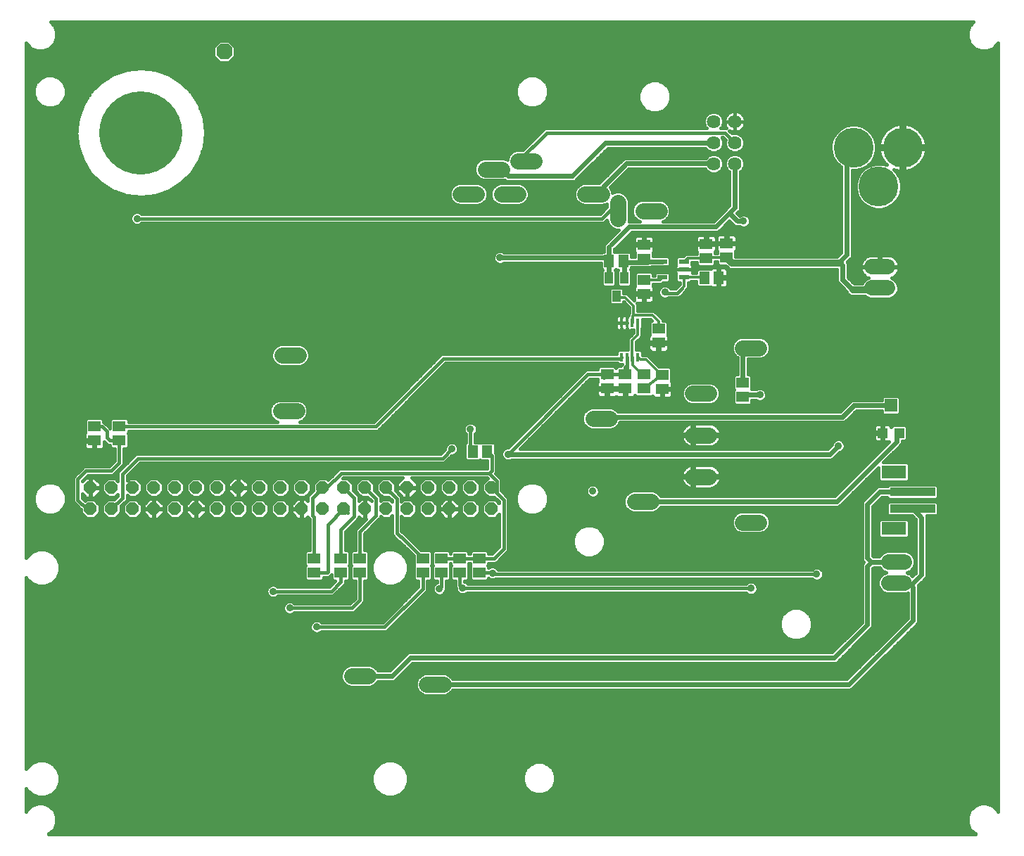
<source format=gbl>
G75*
%MOIN*%
%OFA0B0*%
%FSLAX24Y24*%
%IPPOS*%
%LPD*%
%AMOC8*
5,1,8,0,0,1.08239X$1,22.5*
%
%ADD10C,0.0768*%
%ADD11C,0.1890*%
%ADD12C,0.0640*%
%ADD13R,0.2165X0.0394*%
%ADD14R,0.1181X0.0630*%
%ADD15R,0.0591X0.0512*%
%ADD16R,0.0472X0.0217*%
%ADD17R,0.0512X0.0591*%
%ADD18R,0.0394X0.0551*%
%ADD19R,0.0177X0.0394*%
%ADD20C,0.3937*%
%ADD21OC8,0.0760*%
%ADD22OC8,0.0600*%
%ADD23R,0.0591X0.0630*%
%ADD24R,0.0472X0.0472*%
%ADD25C,0.0740*%
%ADD26C,0.0160*%
%ADD27C,0.0354*%
%ADD28C,0.0240*%
%ADD29C,0.0120*%
%ADD30C,0.0320*%
D10*
X016326Y008291D02*
X017094Y008291D01*
X019869Y007897D02*
X020637Y007897D01*
X029712Y016559D02*
X030479Y016559D01*
X032468Y017740D02*
X033235Y017740D01*
X033235Y019708D02*
X032468Y019708D01*
X032468Y021677D02*
X033235Y021677D01*
X034830Y023842D02*
X035597Y023842D01*
X028511Y020496D02*
X027743Y020496D01*
X034830Y015574D02*
X035597Y015574D01*
X028924Y029964D02*
X028924Y030732D01*
X028137Y031126D02*
X027369Y031126D01*
X030105Y030338D02*
X030873Y030338D01*
X024968Y032700D02*
X024200Y032700D01*
X023412Y032307D02*
X022645Y032307D01*
X022231Y031126D02*
X021464Y031126D01*
X023412Y031126D02*
X024180Y031126D01*
X013786Y023488D02*
X013019Y023488D01*
X012940Y020850D02*
X013708Y020850D01*
D11*
X040080Y033340D03*
X041261Y031490D03*
X042403Y033340D03*
D12*
X034454Y033566D03*
X034454Y032566D03*
X033454Y032566D03*
X033454Y033566D03*
X033454Y034566D03*
X034454Y034566D03*
D13*
X042871Y017011D03*
X042871Y016224D03*
D14*
X041985Y015279D03*
X041985Y017956D03*
D15*
X034830Y021519D03*
X034830Y022189D03*
X031021Y021893D03*
X030155Y021913D03*
X030155Y022582D03*
X031021Y022563D03*
X029269Y022582D03*
X029269Y021913D03*
X028403Y021913D03*
X028403Y022582D03*
X030844Y024078D03*
X030844Y024748D03*
X030155Y026401D03*
X030155Y027070D03*
X030155Y028064D03*
X030155Y028734D03*
X033097Y028773D03*
X033097Y028104D03*
X034062Y028124D03*
X034062Y028793D03*
X022349Y013862D03*
X022349Y013192D03*
X021434Y013192D03*
X020558Y013192D03*
X020558Y013862D03*
X021434Y013862D03*
X019672Y013862D03*
X019672Y013192D03*
X016690Y013192D03*
X015784Y013192D03*
X015784Y013862D03*
X016690Y013862D03*
X014534Y013862D03*
X014534Y013192D03*
X005302Y019452D03*
X005302Y020122D03*
X004121Y020122D03*
X004121Y019452D03*
D16*
X031021Y027189D03*
X031021Y027937D03*
X032044Y027937D03*
X032044Y027563D03*
X032044Y027189D03*
D17*
X033019Y027169D03*
X033688Y027169D03*
X029170Y027966D03*
X028501Y027966D03*
X022723Y018940D03*
X022054Y018940D03*
D18*
X028855Y026293D03*
X028481Y027159D03*
X029229Y027159D03*
D19*
X029338Y025023D03*
X029594Y025023D03*
X029849Y025023D03*
X029082Y025023D03*
X029082Y023409D03*
X029338Y023409D03*
X029594Y023409D03*
X029849Y023409D03*
D20*
X006326Y034039D03*
D21*
X010273Y037877D03*
D22*
X009934Y017216D03*
X008934Y017216D03*
X007934Y017216D03*
X006934Y017216D03*
X005934Y017216D03*
X004934Y017216D03*
X003934Y017216D03*
X003934Y016216D03*
X004934Y016216D03*
X005934Y016216D03*
X006934Y016216D03*
X007934Y016216D03*
X008934Y016216D03*
X009934Y016216D03*
X010934Y016216D03*
X011934Y016216D03*
X012934Y016216D03*
X013934Y016216D03*
X014934Y016216D03*
X015934Y016216D03*
X016934Y016216D03*
X017934Y016216D03*
X018934Y016216D03*
X019934Y016216D03*
X020934Y016216D03*
X021934Y016216D03*
X022934Y016216D03*
X022934Y017216D03*
X021934Y017216D03*
X020934Y017216D03*
X019934Y017216D03*
X018934Y017216D03*
X017934Y017216D03*
X016934Y017216D03*
X015934Y017216D03*
X014934Y017216D03*
X013934Y017216D03*
X012934Y017216D03*
X011934Y017216D03*
X010934Y017216D03*
D23*
X041847Y021116D03*
D24*
X041454Y019807D03*
X042241Y019807D03*
D25*
X042483Y013700D02*
X041743Y013700D01*
X041743Y012700D02*
X042483Y012700D01*
X041696Y026677D02*
X040956Y026677D01*
X040956Y027677D02*
X041696Y027677D01*
D26*
X000888Y002952D02*
X000888Y001868D01*
X000908Y001917D01*
X001125Y002134D01*
X001409Y002251D01*
X001715Y002251D01*
X001999Y002134D01*
X002216Y001917D01*
X002333Y001633D01*
X002333Y001326D01*
X002216Y001043D01*
X001999Y000826D01*
X001950Y000806D01*
X045859Y000806D01*
X045810Y000826D01*
X045593Y001043D01*
X045476Y001326D01*
X045476Y001633D01*
X045593Y001917D01*
X045810Y002134D01*
X046094Y002251D01*
X046400Y002251D01*
X046684Y002134D01*
X046901Y001917D01*
X046921Y001868D01*
X046921Y038297D01*
X046901Y038248D01*
X046684Y038031D01*
X046400Y037913D01*
X046094Y037913D01*
X045810Y038031D01*
X045593Y038248D01*
X045476Y038531D01*
X045476Y038838D01*
X045593Y039121D01*
X045752Y039280D01*
X002057Y039280D01*
X002216Y039121D01*
X002333Y038838D01*
X002333Y038531D01*
X002216Y038248D01*
X001999Y038031D01*
X001715Y037913D01*
X001409Y037913D01*
X001125Y038031D01*
X000908Y038248D01*
X000888Y038297D01*
X000888Y013886D01*
X000896Y013906D01*
X001138Y014148D01*
X001454Y014279D01*
X001796Y014279D01*
X002112Y014148D01*
X002354Y013906D01*
X002485Y013590D01*
X002485Y013248D01*
X002354Y012932D01*
X002112Y012690D01*
X001796Y012559D01*
X001454Y012559D01*
X001138Y012690D01*
X000896Y012932D01*
X000888Y012952D01*
X000888Y003886D01*
X000896Y003906D01*
X001138Y004148D01*
X001454Y004279D01*
X001796Y004279D01*
X002112Y004148D01*
X002354Y003906D01*
X002485Y003590D01*
X002485Y003248D01*
X002354Y002932D01*
X002112Y002690D01*
X001796Y002559D01*
X001454Y002559D01*
X001138Y002690D01*
X000896Y002932D01*
X000888Y002952D01*
X000888Y002873D02*
X000955Y002873D01*
X000888Y002715D02*
X001113Y002715D01*
X000888Y002556D02*
X046921Y002556D01*
X046921Y002398D02*
X000888Y002398D01*
X000888Y002239D02*
X001379Y002239D01*
X001072Y002081D02*
X000888Y002081D01*
X000888Y001922D02*
X000913Y001922D01*
X001745Y002239D02*
X046064Y002239D01*
X045757Y002081D02*
X002052Y002081D01*
X002211Y001922D02*
X045598Y001922D01*
X045530Y001764D02*
X002279Y001764D01*
X002333Y001605D02*
X045476Y001605D01*
X045476Y001447D02*
X002333Y001447D01*
X002317Y001288D02*
X045492Y001288D01*
X045557Y001130D02*
X002252Y001130D01*
X002144Y000971D02*
X045665Y000971D01*
X045842Y000813D02*
X001967Y000813D01*
X002137Y002715D02*
X017613Y002715D01*
X017638Y002690D02*
X017954Y002559D01*
X018296Y002559D01*
X018612Y002690D01*
X018854Y002932D01*
X018985Y003248D01*
X018985Y003590D01*
X018854Y003906D01*
X018612Y004148D01*
X018296Y004279D01*
X017954Y004279D01*
X017638Y004148D01*
X017396Y003906D01*
X017265Y003590D01*
X017265Y003248D01*
X017396Y002932D01*
X017638Y002690D01*
X017455Y002873D02*
X002295Y002873D01*
X002395Y003032D02*
X017355Y003032D01*
X017289Y003190D02*
X002461Y003190D01*
X002485Y003349D02*
X017265Y003349D01*
X017265Y003507D02*
X002485Y003507D01*
X002454Y003666D02*
X017296Y003666D01*
X017362Y003824D02*
X002388Y003824D01*
X002277Y003983D02*
X017473Y003983D01*
X017631Y004141D02*
X002119Y004141D01*
X001131Y004141D02*
X000888Y004141D01*
X000888Y003983D02*
X000973Y003983D01*
X000888Y004300D02*
X046921Y004300D01*
X046921Y004458D02*
X000888Y004458D01*
X000888Y004617D02*
X046921Y004617D01*
X046921Y004775D02*
X000888Y004775D01*
X000888Y004934D02*
X046921Y004934D01*
X046921Y005092D02*
X000888Y005092D01*
X000888Y005251D02*
X046921Y005251D01*
X046921Y005409D02*
X000888Y005409D01*
X000888Y005568D02*
X046921Y005568D01*
X046921Y005726D02*
X000888Y005726D01*
X000888Y005885D02*
X046921Y005885D01*
X046921Y006043D02*
X000888Y006043D01*
X000888Y006202D02*
X046921Y006202D01*
X046921Y006360D02*
X000888Y006360D01*
X000888Y006519D02*
X046921Y006519D01*
X046921Y006677D02*
X000888Y006677D01*
X000888Y006836D02*
X046921Y006836D01*
X046921Y006994D02*
X000888Y006994D01*
X000888Y007153D02*
X046921Y007153D01*
X046921Y007311D02*
X000888Y007311D01*
X000888Y007470D02*
X019556Y007470D01*
X019572Y007453D02*
X019765Y007373D01*
X020741Y007373D01*
X020934Y007453D01*
X021081Y007600D01*
X021096Y007637D01*
X039921Y007637D01*
X040016Y007677D01*
X043048Y010708D01*
X043121Y010781D01*
X043161Y010877D01*
X043161Y012555D01*
X043150Y012582D01*
X043442Y012874D01*
X043515Y012947D01*
X043554Y013042D01*
X043554Y015852D01*
X043540Y015887D01*
X044012Y015887D01*
X044094Y015969D01*
X044094Y016479D01*
X044012Y016561D01*
X041730Y016561D01*
X041648Y016479D01*
X041648Y015969D01*
X041730Y015887D01*
X042840Y015887D01*
X043034Y015693D01*
X043034Y013202D01*
X042869Y013036D01*
X042772Y013133D01*
X042609Y013200D01*
X042772Y013268D01*
X042916Y013411D01*
X042993Y013599D01*
X042993Y013802D01*
X042916Y013989D01*
X042772Y014133D01*
X042585Y014210D01*
X041642Y014210D01*
X041454Y014133D01*
X041311Y013989D01*
X041299Y013960D01*
X041024Y013960D01*
X040995Y013989D01*
X040995Y016333D01*
X041433Y016771D01*
X041648Y016771D01*
X041648Y016756D01*
X041730Y016674D01*
X044012Y016674D01*
X044094Y016756D01*
X044094Y017266D01*
X044012Y017348D01*
X041730Y017348D01*
X041673Y017291D01*
X041274Y017291D01*
X041179Y017251D01*
X041105Y017178D01*
X040588Y016661D01*
X040588Y016661D01*
X040515Y016588D01*
X040475Y016492D01*
X040475Y013830D01*
X040515Y013734D01*
X040564Y013685D01*
X040515Y013635D01*
X040475Y013539D01*
X040475Y010840D01*
X039053Y009417D01*
X019030Y009417D01*
X018934Y009377D01*
X018861Y009304D01*
X018108Y008551D01*
X017553Y008551D01*
X017538Y008588D01*
X017390Y008735D01*
X017198Y008815D01*
X016222Y008815D01*
X016029Y008735D01*
X015882Y008588D01*
X015802Y008395D01*
X015802Y008187D01*
X015882Y007994D01*
X016029Y007847D01*
X016222Y007767D01*
X017198Y007767D01*
X017390Y007847D01*
X017538Y007994D01*
X017553Y008031D01*
X018267Y008031D01*
X018363Y008070D01*
X019189Y008897D01*
X039212Y008897D01*
X039308Y008937D01*
X040883Y010511D01*
X040956Y010585D01*
X040995Y010680D01*
X040995Y013380D01*
X041040Y013425D01*
X041305Y013425D01*
X041311Y013411D01*
X041454Y013268D01*
X041618Y013200D01*
X041454Y013133D01*
X041311Y012989D01*
X041233Y012802D01*
X041233Y012599D01*
X041311Y012411D01*
X041454Y012268D01*
X041642Y012190D01*
X042585Y012190D01*
X042641Y012213D01*
X042641Y011036D01*
X039761Y008157D01*
X021096Y008157D01*
X021081Y008194D01*
X020934Y008341D01*
X020741Y008421D01*
X019765Y008421D01*
X019572Y008341D01*
X019425Y008194D01*
X019345Y008001D01*
X019345Y007793D01*
X019425Y007600D01*
X019572Y007453D01*
X019414Y007628D02*
X000888Y007628D01*
X000888Y007787D02*
X016174Y007787D01*
X015931Y007945D02*
X000888Y007945D01*
X000888Y008104D02*
X015836Y008104D01*
X015802Y008262D02*
X000888Y008262D01*
X000888Y008421D02*
X015813Y008421D01*
X015878Y008579D02*
X000888Y008579D01*
X000888Y008738D02*
X016035Y008738D01*
X017384Y008738D02*
X018295Y008738D01*
X018453Y008896D02*
X000888Y008896D01*
X000888Y009055D02*
X018612Y009055D01*
X018770Y009213D02*
X000888Y009213D01*
X000888Y009372D02*
X018929Y009372D01*
X019188Y008896D02*
X040500Y008896D01*
X040342Y008738D02*
X019030Y008738D01*
X018871Y008579D02*
X040183Y008579D01*
X040025Y008421D02*
X020742Y008421D01*
X021013Y008262D02*
X039866Y008262D01*
X040285Y007945D02*
X046921Y007945D01*
X046921Y007787D02*
X040126Y007787D01*
X040443Y008104D02*
X046921Y008104D01*
X046921Y008262D02*
X040602Y008262D01*
X040760Y008421D02*
X046921Y008421D01*
X046921Y008579D02*
X040919Y008579D01*
X041077Y008738D02*
X046921Y008738D01*
X046921Y008896D02*
X041236Y008896D01*
X041394Y009055D02*
X046921Y009055D01*
X046921Y009213D02*
X041553Y009213D01*
X041711Y009372D02*
X046921Y009372D01*
X046921Y009530D02*
X041870Y009530D01*
X042028Y009689D02*
X046921Y009689D01*
X046921Y009847D02*
X042187Y009847D01*
X042345Y010006D02*
X046921Y010006D01*
X046921Y010164D02*
X042504Y010164D01*
X042662Y010323D02*
X046921Y010323D01*
X046921Y010481D02*
X042821Y010481D01*
X042979Y010640D02*
X046921Y010640D01*
X046921Y010798D02*
X043128Y010798D01*
X043161Y010957D02*
X046921Y010957D01*
X046921Y011115D02*
X043161Y011115D01*
X043161Y011274D02*
X046921Y011274D01*
X046921Y011432D02*
X043161Y011432D01*
X043161Y011591D02*
X046921Y011591D01*
X046921Y011749D02*
X043161Y011749D01*
X043161Y011908D02*
X046921Y011908D01*
X046921Y012066D02*
X043161Y012066D01*
X043161Y012225D02*
X046921Y012225D01*
X046921Y012383D02*
X043161Y012383D01*
X043161Y012542D02*
X046921Y012542D01*
X046921Y012700D02*
X043268Y012700D01*
X043427Y012859D02*
X046921Y012859D01*
X046921Y013017D02*
X043544Y013017D01*
X043554Y013176D02*
X046921Y013176D01*
X046921Y013334D02*
X043554Y013334D01*
X043554Y013493D02*
X046921Y013493D01*
X046921Y013651D02*
X043554Y013651D01*
X043554Y013810D02*
X046921Y013810D01*
X046921Y013968D02*
X043554Y013968D01*
X043554Y014127D02*
X046921Y014127D01*
X046921Y014285D02*
X043554Y014285D01*
X043554Y014444D02*
X046921Y014444D01*
X046921Y014602D02*
X043554Y014602D01*
X043554Y014761D02*
X046921Y014761D01*
X046921Y014919D02*
X043554Y014919D01*
X043554Y015078D02*
X046921Y015078D01*
X046921Y015236D02*
X043554Y015236D01*
X043554Y015395D02*
X046921Y015395D01*
X046921Y015553D02*
X043554Y015553D01*
X043554Y015712D02*
X046921Y015712D01*
X046921Y015870D02*
X043547Y015870D01*
X044094Y016029D02*
X046921Y016029D01*
X046921Y016187D02*
X044094Y016187D01*
X044094Y016346D02*
X046921Y016346D01*
X046921Y016504D02*
X044068Y016504D01*
X044094Y016821D02*
X046921Y016821D01*
X046921Y016663D02*
X041325Y016663D01*
X041167Y016504D02*
X041674Y016504D01*
X041648Y016346D02*
X041008Y016346D01*
X040995Y016187D02*
X041648Y016187D01*
X041648Y016029D02*
X040995Y016029D01*
X040995Y015870D02*
X042857Y015870D01*
X043016Y015712D02*
X042656Y015712D01*
X042634Y015734D02*
X041337Y015734D01*
X041255Y015652D01*
X041255Y014906D01*
X041337Y014824D01*
X042634Y014824D01*
X042716Y014906D01*
X042716Y015652D01*
X042634Y015734D01*
X042716Y015553D02*
X043034Y015553D01*
X043034Y015395D02*
X042716Y015395D01*
X042716Y015236D02*
X043034Y015236D01*
X043034Y015078D02*
X042716Y015078D01*
X042716Y014919D02*
X043034Y014919D01*
X043034Y014761D02*
X040995Y014761D01*
X040995Y014919D02*
X041255Y014919D01*
X041255Y015078D02*
X040995Y015078D01*
X040995Y015236D02*
X041255Y015236D01*
X041255Y015395D02*
X040995Y015395D01*
X040995Y015553D02*
X041255Y015553D01*
X041314Y015712D02*
X040995Y015712D01*
X040475Y015712D02*
X036108Y015712D01*
X036121Y015679D02*
X036042Y015871D01*
X035894Y016018D01*
X035702Y016098D01*
X034726Y016098D01*
X034533Y016018D01*
X034386Y015871D01*
X034306Y015679D01*
X034306Y015470D01*
X034386Y015278D01*
X034533Y015130D01*
X034726Y015050D01*
X035702Y015050D01*
X035894Y015130D01*
X036042Y015278D01*
X036121Y015470D01*
X036121Y015679D01*
X036121Y015553D02*
X040475Y015553D01*
X040475Y015395D02*
X036090Y015395D01*
X036000Y015236D02*
X040475Y015236D01*
X040475Y015078D02*
X035767Y015078D01*
X036042Y015870D02*
X040475Y015870D01*
X040475Y016029D02*
X035870Y016029D01*
X034558Y016029D02*
X025253Y016029D01*
X025286Y016042D02*
X025503Y016259D01*
X025621Y016543D01*
X025621Y016850D01*
X025503Y017133D01*
X025286Y017350D01*
X025003Y017468D01*
X024696Y017468D01*
X024412Y017350D01*
X024195Y017133D01*
X024078Y016850D01*
X024078Y016543D01*
X024195Y016259D01*
X024412Y016042D01*
X024696Y015925D01*
X025003Y015925D01*
X025286Y016042D01*
X025431Y016187D02*
X029342Y016187D01*
X029415Y016114D02*
X029607Y016035D01*
X030584Y016035D01*
X030776Y016114D01*
X030923Y016262D01*
X030939Y016299D01*
X039330Y016299D01*
X039426Y016338D01*
X041255Y018167D01*
X041255Y017583D01*
X041337Y017501D01*
X042634Y017501D01*
X042716Y017583D01*
X042716Y018329D01*
X042634Y018411D01*
X041499Y018411D01*
X042260Y019173D01*
X042334Y019246D01*
X042373Y019342D01*
X042373Y019430D01*
X042535Y019430D01*
X042617Y019512D01*
X042617Y020101D01*
X042535Y020183D01*
X041947Y020183D01*
X041865Y020101D01*
X041865Y020085D01*
X041858Y020112D01*
X041834Y020153D01*
X041800Y020187D01*
X041759Y020211D01*
X041714Y020223D01*
X041492Y020223D01*
X041492Y019845D01*
X041416Y019845D01*
X041416Y020223D01*
X041194Y020223D01*
X041148Y020211D01*
X041107Y020187D01*
X041073Y020153D01*
X041050Y020112D01*
X041038Y020067D01*
X041038Y019845D01*
X041416Y019845D01*
X041416Y019769D01*
X041038Y019769D01*
X041038Y019547D01*
X041050Y019501D01*
X041073Y019460D01*
X041107Y019426D01*
X041148Y019403D01*
X041194Y019390D01*
X041416Y019390D01*
X041416Y019768D01*
X041492Y019768D01*
X041492Y019390D01*
X041714Y019390D01*
X041753Y019401D01*
X039171Y016819D01*
X030939Y016819D01*
X030923Y016855D01*
X030776Y017003D01*
X030584Y017082D01*
X029607Y017082D01*
X029415Y017003D01*
X029268Y016855D01*
X029188Y016663D01*
X029188Y016454D01*
X029268Y016262D01*
X029415Y016114D01*
X029233Y016346D02*
X025539Y016346D01*
X025605Y016504D02*
X029188Y016504D01*
X029188Y016663D02*
X025621Y016663D01*
X025621Y016821D02*
X027504Y016821D01*
X027544Y016782D02*
X027660Y016734D01*
X027787Y016734D01*
X027903Y016782D01*
X027992Y016871D01*
X028041Y016988D01*
X028041Y017114D01*
X027992Y017230D01*
X027903Y017320D01*
X027787Y017368D01*
X027660Y017368D01*
X027544Y017320D01*
X027455Y017230D01*
X027406Y017114D01*
X027406Y016988D01*
X027455Y016871D01*
X027544Y016782D01*
X027410Y016980D02*
X025567Y016980D01*
X025499Y017138D02*
X027416Y017138D01*
X027521Y017297D02*
X025340Y017297D01*
X025033Y017455D02*
X031980Y017455D01*
X031985Y017444D02*
X032037Y017372D01*
X032100Y017310D01*
X032172Y017257D01*
X032251Y017217D01*
X032335Y017190D01*
X032420Y017176D01*
X032420Y017692D01*
X032515Y017692D01*
X032515Y017176D01*
X033280Y017176D01*
X033367Y017190D01*
X033452Y017217D01*
X033531Y017257D01*
X033603Y017310D01*
X033665Y017372D01*
X033717Y017444D01*
X033758Y017523D01*
X033785Y017608D01*
X033799Y017692D01*
X032515Y017692D01*
X032515Y017788D01*
X032420Y017788D01*
X032420Y018303D01*
X032335Y018290D01*
X032251Y018262D01*
X032172Y018222D01*
X032100Y018170D01*
X032037Y018107D01*
X031985Y018035D01*
X031945Y017956D01*
X031918Y017872D01*
X031904Y017788D01*
X032420Y017788D01*
X032420Y017692D01*
X031904Y017692D01*
X031918Y017608D01*
X031945Y017523D01*
X031985Y017444D01*
X031917Y017614D02*
X023396Y017614D01*
X023396Y017634D02*
X023267Y017763D01*
X023133Y017897D01*
X023160Y017924D01*
X023160Y018815D01*
X023119Y018856D01*
X023119Y019294D01*
X023037Y019376D01*
X022410Y019376D01*
X022389Y019355D01*
X022368Y019376D01*
X022156Y019376D01*
X022156Y019755D01*
X022205Y019804D01*
X022253Y019921D01*
X022253Y020047D01*
X022205Y020163D01*
X022116Y020253D01*
X021999Y020301D01*
X021873Y020301D01*
X021756Y020253D01*
X021667Y020163D01*
X021619Y020047D01*
X021619Y019921D01*
X021667Y019804D01*
X021716Y019755D01*
X021716Y019352D01*
X021658Y019294D01*
X021658Y018587D01*
X021740Y018505D01*
X022368Y018505D01*
X022389Y018526D01*
X022410Y018505D01*
X022720Y018505D01*
X022720Y018117D01*
X015723Y018117D01*
X015594Y017988D01*
X015189Y017583D01*
X015116Y017656D01*
X014752Y017656D01*
X014494Y017398D01*
X014494Y017087D01*
X014236Y016829D01*
X014236Y016593D01*
X014133Y016696D01*
X013954Y016696D01*
X013954Y016236D01*
X013914Y016236D01*
X013914Y016196D01*
X013954Y016196D01*
X013954Y015736D01*
X014133Y015736D01*
X014236Y015839D01*
X014236Y015808D01*
X014314Y015729D01*
X014314Y014258D01*
X014181Y014258D01*
X014099Y014176D01*
X014099Y013548D01*
X014120Y013527D01*
X014099Y013506D01*
X014099Y012879D01*
X014181Y012797D01*
X014888Y012797D01*
X014970Y012879D01*
X014970Y012972D01*
X015236Y012972D01*
X015285Y013022D01*
X015349Y013086D01*
X015349Y012879D01*
X015431Y012797D01*
X015520Y012797D01*
X015250Y012527D01*
X012814Y012527D01*
X012765Y012575D01*
X012649Y012624D01*
X012523Y012624D01*
X012406Y012575D01*
X012317Y012486D01*
X012268Y012370D01*
X012268Y012244D01*
X012317Y012127D01*
X012406Y012038D01*
X012523Y011989D01*
X012649Y011989D01*
X012765Y012038D01*
X012814Y012087D01*
X015433Y012087D01*
X015876Y012530D01*
X016004Y012658D01*
X016004Y012797D01*
X016138Y012797D01*
X016220Y012879D01*
X016220Y013506D01*
X016199Y013527D01*
X016220Y013548D01*
X016220Y014176D01*
X016138Y014258D01*
X016004Y014258D01*
X016004Y015119D01*
X016515Y015630D01*
X016644Y015759D01*
X016644Y015827D01*
X016735Y015736D01*
X016914Y015736D01*
X016914Y016196D01*
X016954Y016196D01*
X016954Y015736D01*
X016983Y015736D01*
X016470Y015223D01*
X016470Y014258D01*
X016337Y014258D01*
X016255Y014176D01*
X016255Y013548D01*
X016275Y013527D01*
X016255Y013506D01*
X016255Y012879D01*
X016337Y012797D01*
X016470Y012797D01*
X016470Y011975D01*
X016235Y011739D01*
X013602Y011739D01*
X013553Y011788D01*
X013436Y011836D01*
X013310Y011836D01*
X013193Y011788D01*
X013104Y011699D01*
X013056Y011582D01*
X013056Y011456D01*
X013104Y011340D01*
X013193Y011250D01*
X013310Y011202D01*
X013436Y011202D01*
X013553Y011250D01*
X013602Y011299D01*
X016417Y011299D01*
X016781Y011663D01*
X016910Y011792D01*
X016910Y012797D01*
X017043Y012797D01*
X017125Y012879D01*
X017125Y013506D01*
X017104Y013527D01*
X017125Y013548D01*
X017125Y014176D01*
X017043Y014258D01*
X016910Y014258D01*
X016910Y015040D01*
X017549Y015679D01*
X017678Y015808D01*
X017678Y015850D01*
X017752Y015776D01*
X018116Y015776D01*
X018222Y015882D01*
X018222Y014971D01*
X018351Y014843D01*
X018518Y014675D01*
X018548Y014675D01*
X019237Y013986D01*
X019237Y013548D01*
X019258Y013527D01*
X019237Y013506D01*
X019237Y012879D01*
X019319Y012797D01*
X019452Y012797D01*
X019452Y012516D01*
X017770Y010834D01*
X014881Y010834D01*
X014832Y010883D01*
X014716Y010931D01*
X014589Y010931D01*
X014473Y010883D01*
X014384Y010793D01*
X014335Y010677D01*
X014335Y010551D01*
X014384Y010434D01*
X014473Y010345D01*
X014589Y010297D01*
X014716Y010297D01*
X014832Y010345D01*
X014881Y010394D01*
X017952Y010394D01*
X019763Y012205D01*
X019892Y012334D01*
X019892Y012797D01*
X020026Y012797D01*
X020108Y012879D01*
X020108Y013506D01*
X020087Y013527D01*
X020108Y013548D01*
X020108Y014176D01*
X020026Y014258D01*
X019587Y014258D01*
X018859Y014986D01*
X018730Y015115D01*
X018700Y015115D01*
X018662Y015154D01*
X018662Y015866D01*
X018752Y015776D01*
X019116Y015776D01*
X019374Y016034D01*
X019374Y016398D01*
X019116Y016656D01*
X018752Y016656D01*
X018662Y016566D01*
X018662Y016799D01*
X018374Y017087D01*
X018374Y017398D01*
X018116Y017656D01*
X017752Y017656D01*
X017494Y017398D01*
X017494Y017034D01*
X017752Y016776D01*
X018063Y016776D01*
X018222Y016617D01*
X018222Y016550D01*
X018116Y016656D01*
X017752Y016656D01*
X017678Y016582D01*
X017678Y016784D01*
X017374Y017087D01*
X017374Y017398D01*
X017116Y017656D01*
X016752Y017656D01*
X016494Y017398D01*
X016494Y017034D01*
X016752Y016776D01*
X017063Y016776D01*
X017238Y016601D01*
X017238Y016591D01*
X017133Y016696D01*
X016954Y016696D01*
X016954Y016236D01*
X016914Y016236D01*
X016914Y016696D01*
X016735Y016696D01*
X016644Y016605D01*
X016644Y016817D01*
X016374Y017087D01*
X016374Y017398D01*
X016116Y017656D01*
X015884Y017656D01*
X015905Y017677D01*
X018716Y017677D01*
X018454Y017415D01*
X018454Y017236D01*
X018914Y017236D01*
X018914Y017196D01*
X018954Y017196D01*
X018954Y016736D01*
X019133Y016736D01*
X019414Y017017D01*
X019414Y017196D01*
X018954Y017196D01*
X018954Y017236D01*
X019414Y017236D01*
X019414Y017415D01*
X019152Y017677D01*
X022731Y017677D01*
X022752Y017656D01*
X022752Y017656D01*
X022494Y017398D01*
X022494Y017034D01*
X022752Y016776D01*
X023063Y016776D01*
X023291Y016548D01*
X023291Y016482D01*
X023116Y016656D01*
X022752Y016656D01*
X022494Y016398D01*
X022494Y016034D01*
X022752Y015776D01*
X023116Y015776D01*
X023291Y015951D01*
X023291Y014415D01*
X022957Y014082D01*
X022785Y014082D01*
X022785Y014176D01*
X022703Y014258D01*
X021996Y014258D01*
X021914Y014176D01*
X021914Y014082D01*
X021869Y014082D01*
X021869Y014176D01*
X021787Y014258D01*
X021081Y014258D01*
X020999Y014176D01*
X020999Y014082D01*
X020993Y014082D01*
X020993Y014176D01*
X020911Y014258D01*
X020205Y014258D01*
X020123Y014176D01*
X020123Y013548D01*
X020144Y013527D01*
X020123Y013506D01*
X020123Y012879D01*
X020205Y012797D01*
X020338Y012797D01*
X020338Y012718D01*
X020280Y012694D01*
X020191Y012604D01*
X020142Y012488D01*
X020142Y012362D01*
X020191Y012245D01*
X020280Y012156D01*
X020397Y012108D01*
X020523Y012108D01*
X020639Y012156D01*
X020729Y012245D01*
X020777Y012362D01*
X020777Y012431D01*
X020778Y012432D01*
X020778Y012797D01*
X020911Y012797D01*
X020993Y012879D01*
X020993Y013506D01*
X020973Y013527D01*
X020993Y013548D01*
X020993Y013642D01*
X020999Y013642D01*
X020999Y013548D01*
X021020Y013527D01*
X020999Y013506D01*
X020999Y012879D01*
X021081Y012797D01*
X021214Y012797D01*
X021214Y012501D01*
X021245Y012470D01*
X021245Y012401D01*
X021293Y012284D01*
X021382Y012195D01*
X021499Y012147D01*
X021625Y012147D01*
X021742Y012195D01*
X021771Y012224D01*
X034995Y012224D01*
X035044Y012176D01*
X035160Y012127D01*
X035287Y012127D01*
X035403Y012176D01*
X035492Y012265D01*
X035541Y012381D01*
X035541Y012507D01*
X035492Y012624D01*
X035403Y012713D01*
X035287Y012762D01*
X035160Y012762D01*
X035044Y012713D01*
X034995Y012664D01*
X021810Y012664D01*
X021742Y012733D01*
X021654Y012769D01*
X021654Y012797D01*
X021787Y012797D01*
X021869Y012879D01*
X021869Y013506D01*
X021849Y013527D01*
X021869Y013548D01*
X021869Y013642D01*
X021914Y013642D01*
X021914Y013548D01*
X021935Y013527D01*
X021914Y013506D01*
X021914Y012879D01*
X021996Y012797D01*
X022703Y012797D01*
X022785Y012879D01*
X022785Y012919D01*
X022800Y012904D01*
X022916Y012856D01*
X023042Y012856D01*
X023134Y012894D01*
X038105Y012894D01*
X038154Y012845D01*
X038271Y012797D01*
X038397Y012797D01*
X038513Y012845D01*
X038603Y012934D01*
X038651Y013051D01*
X038651Y013177D01*
X038603Y013293D01*
X038513Y013383D01*
X038397Y013431D01*
X038271Y013431D01*
X038154Y013383D01*
X038105Y013334D01*
X023256Y013334D01*
X038106Y013334D01*
X038334Y013114D02*
X023038Y013114D01*
X022979Y013173D01*
X022960Y013192D01*
X022349Y013192D01*
X021914Y013176D02*
X021869Y013176D01*
X021869Y013334D02*
X021914Y013334D01*
X021914Y013493D02*
X021869Y013493D01*
X021869Y013017D02*
X021914Y013017D01*
X021934Y012859D02*
X021849Y012859D01*
X021775Y012700D02*
X035031Y012700D01*
X035223Y012444D02*
X021582Y012444D01*
X021562Y012464D01*
X021434Y012592D01*
X021434Y013192D01*
X020999Y013176D02*
X020993Y013176D01*
X020993Y013334D02*
X020999Y013334D01*
X020993Y013493D02*
X020999Y013493D01*
X020993Y013017D02*
X020999Y013017D01*
X021019Y012859D02*
X020973Y012859D01*
X020778Y012700D02*
X021214Y012700D01*
X021214Y012542D02*
X020778Y012542D01*
X020777Y012383D02*
X021252Y012383D01*
X021353Y012225D02*
X020708Y012225D01*
X020460Y012425D02*
X020558Y012523D01*
X020558Y013192D01*
X020123Y013176D02*
X020108Y013176D01*
X020108Y013334D02*
X020123Y013334D01*
X020108Y013493D02*
X020123Y013493D01*
X020108Y013651D02*
X020123Y013651D01*
X020108Y013810D02*
X020123Y013810D01*
X020108Y013968D02*
X020123Y013968D01*
X020108Y014127D02*
X020123Y014127D01*
X020558Y013862D02*
X021434Y013862D01*
X022349Y013862D01*
X023048Y013862D01*
X023511Y014324D01*
X023511Y016639D01*
X022934Y017216D01*
X023176Y017064D01*
X023176Y017543D01*
X022822Y017897D01*
X022940Y018015D01*
X022940Y018724D01*
X022723Y018940D01*
X023119Y018882D02*
X023397Y018882D01*
X023391Y018866D02*
X023391Y018740D01*
X023439Y018623D01*
X023528Y018534D01*
X023645Y018486D01*
X023771Y018486D01*
X023887Y018534D01*
X023896Y018543D01*
X039015Y018543D01*
X039111Y018582D01*
X039184Y018655D01*
X039408Y018879D01*
X039420Y018879D01*
X039537Y018927D01*
X039626Y019017D01*
X039674Y019133D01*
X039674Y019259D01*
X039626Y019376D01*
X039537Y019465D01*
X039420Y019514D01*
X039294Y019514D01*
X039178Y019465D01*
X039088Y019376D01*
X039040Y019259D01*
X039040Y019247D01*
X038856Y019063D01*
X024279Y019063D01*
X027588Y022372D01*
X027967Y022372D01*
X027967Y022283D01*
X027963Y022279D01*
X027940Y022238D01*
X027927Y022193D01*
X027927Y021961D01*
X028355Y021961D01*
X028355Y021865D01*
X028451Y021865D01*
X028451Y021961D01*
X029221Y021961D01*
X029221Y021865D01*
X029317Y021865D01*
X029317Y021477D01*
X029588Y021477D01*
X029633Y021489D01*
X029674Y021513D01*
X029708Y021546D01*
X029731Y021587D01*
X029801Y021517D01*
X030508Y021517D01*
X030558Y021567D01*
X030581Y021527D01*
X030615Y021493D01*
X030656Y021470D01*
X030702Y021457D01*
X030973Y021457D01*
X030973Y021845D01*
X031069Y021845D01*
X031069Y021941D01*
X031496Y021941D01*
X031496Y022173D01*
X031484Y022219D01*
X031460Y022260D01*
X031456Y022264D01*
X031456Y022876D01*
X031374Y022958D01*
X030858Y022958D01*
X030336Y023481D01*
X030078Y023481D01*
X030078Y023664D01*
X029996Y023746D01*
X029794Y023746D01*
X029794Y024114D01*
X029942Y024262D01*
X030059Y024379D01*
X030059Y024750D01*
X030078Y024768D01*
X030078Y025197D01*
X030465Y025197D01*
X030519Y025143D01*
X030490Y025143D01*
X030408Y025061D01*
X030408Y024449D01*
X030404Y024445D01*
X030380Y024404D01*
X030368Y024358D01*
X030368Y024126D01*
X030796Y024126D01*
X030796Y024030D01*
X030891Y024030D01*
X030891Y023642D01*
X031162Y023642D01*
X031208Y023655D01*
X031249Y023678D01*
X031283Y023712D01*
X031307Y023753D01*
X031319Y023799D01*
X031319Y024030D01*
X030891Y024030D01*
X030891Y024126D01*
X031319Y024126D01*
X031319Y024358D01*
X031307Y024404D01*
X031283Y024445D01*
X031279Y024449D01*
X031279Y025061D01*
X031197Y025143D01*
X031044Y025143D01*
X031044Y025185D01*
X030748Y025480D01*
X030631Y025597D01*
X029862Y025597D01*
X029862Y025923D01*
X029814Y025971D01*
X029836Y025965D01*
X030107Y025965D01*
X030107Y026353D01*
X030202Y026353D01*
X030202Y025965D01*
X030474Y025965D01*
X030519Y025977D01*
X030560Y026001D01*
X030594Y026035D01*
X030618Y026076D01*
X030630Y026121D01*
X030630Y026353D01*
X030202Y026353D01*
X030202Y026449D01*
X030630Y026449D01*
X030630Y026681D01*
X030618Y026726D01*
X030594Y026768D01*
X030590Y026772D01*
X030590Y026870D01*
X030985Y026870D01*
X031055Y026940D01*
X031315Y026940D01*
X031397Y027022D01*
X031397Y027355D01*
X031315Y027437D01*
X030726Y027437D01*
X030644Y027355D01*
X030644Y027270D01*
X030590Y027270D01*
X030590Y027384D01*
X030508Y027466D01*
X029801Y027466D01*
X029719Y027384D01*
X029719Y026772D01*
X029715Y026768D01*
X029692Y026726D01*
X029679Y026681D01*
X029679Y026449D01*
X030107Y026449D01*
X030107Y026353D01*
X029679Y026353D01*
X029679Y026121D01*
X029685Y026100D01*
X029352Y026434D01*
X029192Y026434D01*
X029192Y026626D01*
X029110Y026708D01*
X028600Y026708D01*
X028518Y026626D01*
X028518Y025959D01*
X028600Y025877D01*
X029110Y025877D01*
X029192Y025959D01*
X029192Y026027D01*
X029462Y025757D01*
X029462Y025480D01*
X029413Y025431D01*
X029413Y025400D01*
X029338Y025400D01*
X029338Y025290D01*
X029338Y025290D01*
X029338Y025400D01*
X029225Y025400D01*
X029210Y025396D01*
X029194Y025400D01*
X029082Y025400D01*
X029082Y025290D01*
X029082Y025400D01*
X028969Y025400D01*
X028924Y025388D01*
X028883Y025364D01*
X028849Y025331D01*
X028825Y025289D01*
X028813Y025244D01*
X028813Y025023D01*
X028813Y024803D01*
X028825Y024757D01*
X028849Y024716D01*
X028883Y024682D01*
X028924Y024659D01*
X028969Y024646D01*
X029082Y024646D01*
X029194Y024646D01*
X029210Y024650D01*
X029225Y024646D01*
X029338Y024646D01*
X029450Y024646D01*
X029496Y024659D01*
X029537Y024682D01*
X029541Y024686D01*
X029659Y024686D01*
X029659Y024545D01*
X029394Y024279D01*
X029394Y023746D01*
X028935Y023746D01*
X028853Y023664D01*
X028853Y023550D01*
X020565Y023550D01*
X020436Y023421D01*
X017357Y020342D01*
X013849Y020342D01*
X014004Y020406D01*
X014152Y020553D01*
X014232Y020746D01*
X014232Y020954D01*
X014152Y021147D01*
X014004Y021294D01*
X013812Y021374D01*
X012836Y021374D01*
X012643Y021294D01*
X012496Y021147D01*
X012416Y020954D01*
X012416Y020746D01*
X012496Y020553D01*
X012643Y020406D01*
X012798Y020342D01*
X005737Y020342D01*
X005737Y020435D01*
X005655Y020517D01*
X004949Y020517D01*
X004867Y020435D01*
X004867Y020041D01*
X004803Y020105D01*
X004567Y020342D01*
X004556Y020342D01*
X004556Y020435D01*
X004474Y020517D01*
X003768Y020517D01*
X003686Y020435D01*
X003686Y019823D01*
X003682Y019819D01*
X003658Y019778D01*
X003646Y019732D01*
X003646Y019500D01*
X004073Y019500D01*
X004073Y019404D01*
X004169Y019404D01*
X004169Y019016D01*
X004440Y019016D01*
X004486Y019029D01*
X004527Y019052D01*
X004560Y019086D01*
X004584Y019127D01*
X004596Y019173D01*
X004596Y019394D01*
X004758Y019232D01*
X004867Y019232D01*
X004867Y019138D01*
X004949Y019056D01*
X005082Y019056D01*
X005082Y018500D01*
X004817Y018235D01*
X003636Y018235D01*
X003507Y018106D01*
X003114Y017713D01*
X003114Y016546D01*
X003243Y016417D01*
X003494Y016166D01*
X003494Y016034D01*
X003752Y015776D01*
X004116Y015776D01*
X004374Y016034D01*
X004374Y016398D01*
X004116Y016656D01*
X003752Y016656D01*
X003689Y016593D01*
X003554Y016728D01*
X003554Y016918D01*
X003735Y016736D01*
X003914Y016736D01*
X003914Y017196D01*
X003954Y017196D01*
X003954Y016736D01*
X004133Y016736D01*
X004414Y017017D01*
X004414Y017196D01*
X003954Y017196D01*
X003954Y017236D01*
X003914Y017236D01*
X003914Y017696D01*
X003735Y017696D01*
X003554Y017514D01*
X003554Y017530D01*
X003818Y017795D01*
X005000Y017795D01*
X005393Y018189D01*
X005522Y018318D01*
X005522Y019056D01*
X005655Y019056D01*
X005737Y019138D01*
X005737Y019766D01*
X005717Y019787D01*
X005737Y019808D01*
X005737Y019902D01*
X017539Y019902D01*
X020748Y023110D01*
X028897Y023110D01*
X028935Y023072D01*
X029103Y023072D01*
X029049Y023018D01*
X029049Y022978D01*
X028915Y022978D01*
X028836Y022898D01*
X028756Y022978D01*
X028049Y022978D01*
X027967Y022896D01*
X027967Y022812D01*
X027406Y022812D01*
X023714Y019120D01*
X023645Y019120D01*
X023528Y019072D01*
X023439Y018982D01*
X023391Y018866D01*
X023397Y018723D02*
X023160Y018723D01*
X023160Y018565D02*
X023497Y018565D01*
X023708Y018803D02*
X027497Y022592D01*
X029269Y022592D01*
X029338Y022661D01*
X029338Y023409D01*
X029338Y022996D01*
X029269Y022927D02*
X029269Y022592D01*
X029269Y022582D01*
X029049Y023003D02*
X020640Y023003D01*
X020482Y022844D02*
X027967Y022844D01*
X027967Y022369D02*
X027585Y022369D01*
X027426Y022210D02*
X027932Y022210D01*
X027927Y022052D02*
X027268Y022052D01*
X027109Y021893D02*
X028355Y021893D01*
X028355Y021865D02*
X027927Y021865D01*
X027927Y021633D01*
X027940Y021588D01*
X027963Y021546D01*
X027997Y021513D01*
X028038Y021489D01*
X028084Y021477D01*
X028355Y021477D01*
X028355Y021865D01*
X028451Y021865D02*
X028451Y021477D01*
X028722Y021477D01*
X028767Y021489D01*
X028808Y021513D01*
X028836Y021540D01*
X028863Y021513D01*
X028904Y021489D01*
X028950Y021477D01*
X029221Y021477D01*
X029221Y021865D01*
X028793Y021865D01*
X028451Y021865D01*
X028451Y021893D02*
X029221Y021893D01*
X029221Y021735D02*
X029317Y021735D01*
X029317Y021576D02*
X029221Y021576D01*
X029725Y021576D02*
X029742Y021576D01*
X028913Y020834D02*
X028808Y020940D01*
X028615Y021019D01*
X027639Y021019D01*
X027446Y020940D01*
X027299Y020792D01*
X027219Y020600D01*
X027219Y020391D01*
X027299Y020199D01*
X027446Y020051D01*
X027639Y019972D01*
X028615Y019972D01*
X028808Y020051D01*
X028955Y020199D01*
X029003Y020314D01*
X039606Y020314D01*
X039701Y020354D01*
X039775Y020427D01*
X040203Y020856D01*
X041412Y020856D01*
X041412Y020743D01*
X041494Y020661D01*
X042201Y020661D01*
X042283Y020743D01*
X042283Y021489D01*
X042201Y021571D01*
X041494Y021571D01*
X041412Y021489D01*
X041412Y021376D01*
X040044Y021376D01*
X039948Y021336D01*
X039446Y020834D01*
X028913Y020834D01*
X028802Y020942D02*
X039554Y020942D01*
X039713Y021101D02*
X026317Y021101D01*
X026475Y021259D02*
X032144Y021259D01*
X032171Y021233D02*
X032363Y021153D01*
X033339Y021153D01*
X033532Y021233D01*
X033679Y021380D01*
X033759Y021572D01*
X033759Y021781D01*
X033679Y021973D01*
X033532Y022121D01*
X033339Y022201D01*
X032363Y022201D01*
X032171Y022121D01*
X032023Y021973D01*
X031944Y021781D01*
X031944Y021572D01*
X032023Y021380D01*
X032171Y021233D01*
X032008Y021418D02*
X026634Y021418D01*
X026792Y021576D02*
X027946Y021576D01*
X027927Y021735D02*
X026951Y021735D01*
X026645Y022052D02*
X019689Y022052D01*
X019848Y022210D02*
X026804Y022210D01*
X026962Y022369D02*
X020006Y022369D01*
X020165Y022527D02*
X027121Y022527D01*
X027279Y022686D02*
X020323Y022686D01*
X020018Y023003D02*
X013984Y023003D01*
X013891Y022964D02*
X014083Y023044D01*
X014231Y023191D01*
X014310Y023384D01*
X014310Y023592D01*
X014231Y023784D01*
X014083Y023932D01*
X013891Y024012D01*
X012914Y024012D01*
X012722Y023932D01*
X012575Y023784D01*
X012495Y023592D01*
X012495Y023384D01*
X012575Y023191D01*
X012722Y023044D01*
X012914Y022964D01*
X013891Y022964D01*
X014201Y023161D02*
X020176Y023161D01*
X020335Y023320D02*
X014284Y023320D01*
X014310Y023478D02*
X020493Y023478D01*
X020656Y023330D02*
X029003Y023330D01*
X029082Y023409D01*
X028853Y023637D02*
X014292Y023637D01*
X014220Y023795D02*
X029394Y023795D01*
X029394Y023954D02*
X014031Y023954D01*
X012775Y023954D02*
X000888Y023954D01*
X000888Y024112D02*
X029394Y024112D01*
X029394Y024271D02*
X000888Y024271D01*
X000888Y024429D02*
X029543Y024429D01*
X029659Y024588D02*
X000888Y024588D01*
X000888Y024746D02*
X028832Y024746D01*
X028813Y024905D02*
X000888Y024905D01*
X000888Y025063D02*
X028813Y025063D01*
X028813Y025023D02*
X029082Y025023D01*
X029338Y025023D01*
X029338Y025023D01*
X029082Y025023D01*
X029082Y025023D01*
X028813Y025023D01*
X028813Y025222D02*
X000888Y025222D01*
X000888Y025380D02*
X028910Y025380D01*
X029082Y025380D02*
X029082Y025380D01*
X029082Y025290D02*
X029082Y025290D01*
X029082Y025023D02*
X029082Y025023D01*
X029082Y024756D02*
X029082Y024756D01*
X029082Y024646D01*
X029082Y024756D01*
X029082Y024746D02*
X029082Y024746D01*
X029338Y024746D02*
X029338Y024746D01*
X029338Y024756D02*
X029338Y024756D01*
X029338Y024646D01*
X029338Y024756D01*
X029338Y025380D02*
X029338Y025380D01*
X029462Y025539D02*
X000888Y025539D01*
X000888Y025697D02*
X029462Y025697D01*
X029364Y025856D02*
X000888Y025856D01*
X000888Y026014D02*
X028518Y026014D01*
X028518Y026173D02*
X000888Y026173D01*
X000888Y026331D02*
X028518Y026331D01*
X028518Y026490D02*
X000888Y026490D01*
X000888Y026648D02*
X028540Y026648D01*
X028736Y026743D02*
X028226Y026743D01*
X028144Y026825D01*
X028144Y027493D01*
X028185Y027533D01*
X028105Y027613D01*
X028105Y027854D01*
X023522Y027854D01*
X023513Y027845D01*
X023397Y027797D01*
X023271Y027797D01*
X023154Y027845D01*
X023065Y027934D01*
X023016Y028051D01*
X023016Y028177D01*
X023065Y028293D01*
X023154Y028383D01*
X023271Y028431D01*
X023397Y028431D01*
X023513Y028383D01*
X023522Y028374D01*
X028159Y028374D01*
X028187Y028401D01*
X028241Y028401D01*
X028241Y028667D01*
X028281Y028763D01*
X028354Y028836D01*
X028392Y028852D01*
X028409Y028891D01*
X028958Y029440D01*
X028820Y029440D01*
X028627Y029520D01*
X028480Y029667D01*
X028400Y029860D01*
X028400Y029897D01*
X028396Y029893D01*
X028257Y029754D01*
X006367Y029754D01*
X006318Y029705D01*
X006202Y029657D01*
X006076Y029657D01*
X005959Y029705D01*
X005870Y029794D01*
X005822Y029911D01*
X005822Y030037D01*
X005870Y030154D01*
X005959Y030243D01*
X006076Y030291D01*
X006202Y030291D01*
X006318Y030243D01*
X006367Y030194D01*
X028075Y030194D01*
X028085Y030204D01*
X028400Y030519D01*
X028400Y030668D01*
X028241Y030602D01*
X027265Y030602D01*
X027072Y030681D01*
X026925Y030829D01*
X026845Y031021D01*
X026845Y031230D01*
X026925Y031422D01*
X027072Y031570D01*
X027265Y031649D01*
X028017Y031649D01*
X029097Y032729D01*
X029171Y032803D01*
X029266Y032842D01*
X033079Y032842D01*
X033193Y032956D01*
X033362Y033026D01*
X033545Y033026D01*
X033714Y032956D01*
X033844Y032827D01*
X033914Y032658D01*
X033914Y032475D01*
X033844Y032306D01*
X033714Y032176D01*
X033545Y032106D01*
X033362Y032106D01*
X033193Y032176D01*
X033064Y032306D01*
X033057Y032322D01*
X029426Y032322D01*
X028553Y031450D01*
X028581Y031422D01*
X028661Y031230D01*
X028661Y031190D01*
X028820Y031256D01*
X029028Y031256D01*
X029221Y031176D01*
X029368Y031029D01*
X029448Y030836D01*
X029448Y029860D01*
X029440Y029840D01*
X029938Y029840D01*
X029809Y029894D01*
X029661Y030041D01*
X029581Y030234D01*
X029581Y030442D01*
X029661Y030635D01*
X029809Y030782D01*
X030001Y030862D01*
X030977Y030862D01*
X031170Y030782D01*
X031317Y030635D01*
X031397Y030442D01*
X031397Y030234D01*
X031317Y030041D01*
X031170Y029894D01*
X031040Y029840D01*
X033443Y029840D01*
X033974Y030372D01*
X033974Y030372D01*
X034048Y030445D01*
X034048Y030445D01*
X034194Y030591D01*
X034194Y032176D01*
X034193Y032176D01*
X034064Y032306D01*
X033994Y032475D01*
X033994Y032658D01*
X034064Y032827D01*
X034193Y032956D01*
X034362Y033026D01*
X034545Y033026D01*
X034714Y032956D01*
X034844Y032827D01*
X034914Y032658D01*
X034914Y032475D01*
X034844Y032306D01*
X034714Y032176D01*
X034714Y032176D01*
X034714Y030432D01*
X034674Y030337D01*
X034563Y030225D01*
X034681Y030106D01*
X034689Y030115D01*
X034806Y030163D01*
X034932Y030163D01*
X035049Y030115D01*
X035138Y030026D01*
X035186Y029909D01*
X035186Y029783D01*
X035138Y029666D01*
X035049Y029577D01*
X034932Y029529D01*
X034806Y029529D01*
X034689Y029577D01*
X034681Y029586D01*
X034522Y029586D01*
X034427Y029626D01*
X034195Y029857D01*
X033771Y029433D01*
X033697Y029360D01*
X033602Y029320D01*
X029573Y029320D01*
X028776Y028523D01*
X028761Y028517D01*
X028761Y028401D01*
X028815Y028401D01*
X028836Y028381D01*
X028856Y028401D01*
X029484Y028401D01*
X029566Y028319D01*
X029566Y028167D01*
X029719Y028167D01*
X029719Y028363D01*
X029715Y028367D01*
X029692Y028408D01*
X029679Y028454D01*
X029679Y028686D01*
X030107Y028686D01*
X030107Y028782D01*
X030107Y029170D01*
X029836Y029170D01*
X029790Y029157D01*
X029749Y029134D01*
X029715Y029100D01*
X029692Y029059D01*
X029679Y029013D01*
X029679Y028782D01*
X030107Y028782D01*
X030202Y028782D01*
X030202Y029170D01*
X030474Y029170D01*
X030519Y029157D01*
X030560Y029134D01*
X030594Y029100D01*
X030618Y029059D01*
X030630Y029013D01*
X030630Y028782D01*
X030202Y028782D01*
X030202Y028686D01*
X030630Y028686D01*
X030630Y028454D01*
X030618Y028408D01*
X030594Y028367D01*
X030590Y028363D01*
X030590Y028197D01*
X031072Y028197D01*
X031101Y028185D01*
X031315Y028185D01*
X031397Y028103D01*
X031397Y027770D01*
X031315Y027688D01*
X031101Y027688D01*
X031072Y027677D01*
X030516Y027677D01*
X030508Y027669D01*
X030426Y027669D01*
X030374Y027647D01*
X029566Y027647D01*
X029566Y027613D01*
X029506Y027553D01*
X029566Y027493D01*
X029566Y026825D01*
X029484Y026743D01*
X028974Y026743D01*
X028892Y026825D01*
X028892Y027493D01*
X028931Y027531D01*
X028856Y027531D01*
X028836Y027552D01*
X028815Y027531D01*
X028780Y027531D01*
X028818Y027493D01*
X028818Y026825D01*
X028736Y026743D01*
X028799Y026807D02*
X028911Y026807D01*
X028892Y026965D02*
X028818Y026965D01*
X028818Y027124D02*
X028892Y027124D01*
X028892Y027282D02*
X028818Y027282D01*
X028818Y027441D02*
X028892Y027441D01*
X028629Y027917D02*
X028501Y027966D01*
X028353Y028114D01*
X028501Y027966D02*
X028383Y027907D01*
X028105Y027758D02*
X000888Y027758D01*
X000888Y027916D02*
X023083Y027916D01*
X023016Y028075D02*
X000888Y028075D01*
X000888Y028233D02*
X023040Y028233D01*
X023176Y028392D02*
X000888Y028392D01*
X000888Y028550D02*
X028241Y028550D01*
X028258Y028709D02*
X000888Y028709D01*
X000888Y028867D02*
X028399Y028867D01*
X028543Y029026D02*
X000888Y029026D01*
X000888Y029184D02*
X028702Y029184D01*
X028860Y029343D02*
X000888Y029343D01*
X000888Y029501D02*
X028673Y029501D01*
X028488Y029660D02*
X006209Y029660D01*
X006069Y029660D02*
X000888Y029660D01*
X000888Y029818D02*
X005860Y029818D01*
X005822Y029977D02*
X000888Y029977D01*
X000888Y030135D02*
X005862Y030135D01*
X006139Y029974D02*
X028166Y029974D01*
X028176Y029984D01*
X028201Y030008D01*
X028924Y030732D01*
X029410Y030928D02*
X034194Y030928D01*
X034194Y031086D02*
X029311Y031086D01*
X029055Y031245D02*
X034194Y031245D01*
X034194Y031403D02*
X028589Y031403D01*
X028654Y031245D02*
X028793Y031245D01*
X028665Y031562D02*
X034194Y031562D01*
X034194Y031720D02*
X028824Y031720D01*
X028982Y031879D02*
X034194Y031879D01*
X034194Y032037D02*
X029141Y032037D01*
X029299Y032196D02*
X033174Y032196D01*
X033733Y032196D02*
X034174Y032196D01*
X034044Y032354D02*
X033864Y032354D01*
X033914Y032513D02*
X033994Y032513D01*
X033999Y032671D02*
X033908Y032671D01*
X033841Y032830D02*
X034066Y032830D01*
X034270Y032988D02*
X033638Y032988D01*
X033545Y033106D02*
X033714Y033176D01*
X033844Y033306D01*
X033914Y033475D01*
X033914Y033658D01*
X033847Y033819D01*
X033892Y033819D01*
X034011Y033700D01*
X033994Y033658D01*
X033994Y033475D01*
X034064Y033306D01*
X034193Y033176D01*
X034362Y033106D01*
X034545Y033106D01*
X034714Y033176D01*
X034844Y033306D01*
X034914Y033475D01*
X034914Y033658D01*
X034844Y033827D01*
X034714Y033956D01*
X034545Y034026D01*
X034362Y034026D01*
X034323Y034010D01*
X034203Y034130D01*
X034197Y034136D01*
X034262Y034103D01*
X034337Y034079D01*
X034414Y034066D01*
X034445Y034066D01*
X034445Y034558D01*
X033954Y034558D01*
X033954Y034527D01*
X033966Y034449D01*
X033990Y034375D01*
X034026Y034304D01*
X034059Y034259D01*
X033797Y034259D01*
X033844Y034306D01*
X033914Y034475D01*
X033914Y034658D01*
X033844Y034827D01*
X033714Y034956D01*
X033545Y035026D01*
X033362Y035026D01*
X033193Y034956D01*
X033064Y034827D01*
X032994Y034658D01*
X032994Y034475D01*
X033064Y034306D01*
X033111Y034259D01*
X025447Y034259D01*
X024413Y033224D01*
X024096Y033224D01*
X023903Y033144D01*
X023756Y032997D01*
X023676Y032805D01*
X023676Y032764D01*
X023517Y032830D01*
X022540Y032830D01*
X022348Y032751D01*
X022201Y032603D01*
X022121Y032411D01*
X022121Y032202D01*
X022201Y032010D01*
X022348Y031863D01*
X022540Y031783D01*
X023517Y031783D01*
X023553Y031798D01*
X023580Y031771D01*
X023676Y031732D01*
X026811Y031732D01*
X026906Y031771D01*
X026979Y031844D01*
X028441Y033306D01*
X033064Y033306D01*
X033193Y033176D01*
X033362Y033106D01*
X033545Y033106D01*
X033642Y033147D02*
X034265Y033147D01*
X034065Y033305D02*
X033843Y033305D01*
X033909Y033464D02*
X033998Y033464D01*
X033994Y033622D02*
X033914Y033622D01*
X033930Y033781D02*
X033863Y033781D01*
X033983Y034039D02*
X025538Y034039D01*
X024200Y032700D01*
X023686Y032830D02*
X023519Y032830D01*
X023752Y032988D02*
X009177Y032988D01*
X009122Y032830D02*
X022538Y032830D01*
X022268Y032671D02*
X009055Y032671D01*
X009081Y032712D02*
X009081Y032712D01*
X008716Y032132D01*
X008716Y032132D01*
X008232Y031648D01*
X008232Y031648D01*
X007652Y031284D01*
X007652Y031284D01*
X007006Y031058D01*
X007006Y031058D01*
X006326Y030981D01*
X006326Y030981D01*
X005645Y031058D01*
X005645Y031058D01*
X004999Y031284D01*
X004999Y031284D01*
X004419Y031648D01*
X004419Y031648D01*
X003935Y032132D01*
X003935Y032132D01*
X003571Y032712D01*
X003571Y032712D01*
X003345Y033358D01*
X003345Y033358D01*
X003268Y034039D01*
X003268Y034039D01*
X003345Y034719D01*
X003345Y034719D01*
X003571Y035366D01*
X002484Y035366D01*
X002452Y035334D02*
X002669Y035551D01*
X002786Y035834D01*
X002786Y036141D01*
X002669Y036425D01*
X002452Y036642D01*
X002168Y036759D01*
X001861Y036759D01*
X001578Y036642D01*
X001361Y036425D01*
X001243Y036141D01*
X001243Y035834D01*
X001361Y035551D01*
X001578Y035334D01*
X001861Y035216D01*
X002168Y035216D01*
X002452Y035334D01*
X002642Y035524D02*
X003670Y035524D01*
X003571Y035366D02*
X003571Y035366D01*
X003935Y035945D01*
X003935Y035945D01*
X004419Y036430D01*
X004419Y036430D01*
X004999Y036794D01*
X005645Y037020D01*
X006326Y037097D01*
X007006Y037020D01*
X007006Y037020D01*
X007652Y036794D01*
X007652Y036794D01*
X008232Y036430D01*
X008232Y036430D01*
X008716Y035945D01*
X008716Y035945D01*
X008716Y035945D01*
X009081Y035366D01*
X024381Y035366D01*
X024412Y035334D02*
X024696Y035216D01*
X025003Y035216D01*
X025286Y035334D01*
X025503Y035551D01*
X025621Y035834D01*
X025621Y036141D01*
X025503Y036425D01*
X025286Y036642D01*
X025003Y036759D01*
X024696Y036759D01*
X024412Y036642D01*
X024195Y036425D01*
X024078Y036141D01*
X024078Y035834D01*
X024195Y035551D01*
X024412Y035334D01*
X024222Y035524D02*
X008981Y035524D01*
X009081Y035366D02*
X009081Y035366D01*
X009307Y034719D01*
X009307Y034719D01*
X009384Y034039D01*
X009307Y033358D01*
X009081Y032712D01*
X008955Y032513D02*
X022163Y032513D01*
X022121Y032354D02*
X008856Y032354D01*
X008756Y032196D02*
X022124Y032196D01*
X022189Y032037D02*
X008621Y032037D01*
X008463Y031879D02*
X022332Y031879D01*
X022336Y031649D02*
X021359Y031649D01*
X021167Y031570D01*
X021019Y031422D01*
X020940Y031230D01*
X020940Y031021D01*
X021019Y030829D01*
X021167Y030681D01*
X021359Y030602D01*
X022336Y030602D01*
X022528Y030681D01*
X022675Y030829D01*
X022755Y031021D01*
X022755Y031230D01*
X022675Y031422D01*
X022528Y031570D01*
X022336Y031649D01*
X022536Y031562D02*
X023108Y031562D01*
X023116Y031570D02*
X022968Y031422D01*
X022889Y031230D01*
X022889Y031021D01*
X022968Y030829D01*
X023116Y030681D01*
X023308Y030602D01*
X024284Y030602D01*
X024477Y030681D01*
X024624Y030829D01*
X024704Y031021D01*
X024704Y031230D01*
X024624Y031422D01*
X024477Y031570D01*
X024284Y031649D01*
X023308Y031649D01*
X023116Y031570D01*
X022960Y031403D02*
X022683Y031403D01*
X022749Y031245D02*
X022895Y031245D01*
X022889Y031086D02*
X022755Y031086D01*
X022716Y030928D02*
X022927Y030928D01*
X023028Y030769D02*
X022616Y030769D01*
X022357Y030611D02*
X023287Y030611D01*
X024306Y030611D02*
X027243Y030611D01*
X026985Y030769D02*
X024565Y030769D01*
X024665Y030928D02*
X026884Y030928D01*
X026845Y031086D02*
X024704Y031086D01*
X024698Y031245D02*
X026851Y031245D01*
X026917Y031403D02*
X024632Y031403D01*
X024485Y031562D02*
X027064Y031562D01*
X027014Y031879D02*
X028247Y031879D01*
X028405Y032037D02*
X027172Y032037D01*
X027331Y032196D02*
X028564Y032196D01*
X028722Y032354D02*
X027489Y032354D01*
X027648Y032513D02*
X028881Y032513D01*
X029039Y032671D02*
X027806Y032671D01*
X027965Y032830D02*
X029236Y032830D01*
X028440Y033305D02*
X033065Y033305D01*
X033064Y033306D02*
X033064Y033306D01*
X033265Y033147D02*
X028282Y033147D01*
X028123Y032988D02*
X033270Y032988D01*
X033983Y034039D02*
X034454Y033568D01*
X034454Y033566D01*
X034642Y033147D02*
X039008Y033147D01*
X038995Y033197D02*
X039069Y032921D01*
X039212Y032674D01*
X039414Y032472D01*
X039491Y032427D01*
X039491Y028359D01*
X039290Y028158D01*
X034497Y028158D01*
X034497Y028422D01*
X034501Y028426D01*
X034525Y028467D01*
X034537Y028513D01*
X034537Y028745D01*
X034110Y028745D01*
X034110Y028841D01*
X034014Y028841D01*
X034014Y029229D01*
X033743Y029229D01*
X033697Y029216D01*
X033656Y029193D01*
X033623Y029159D01*
X033599Y029118D01*
X033587Y029072D01*
X033587Y028841D01*
X034014Y028841D01*
X034014Y028745D01*
X033587Y028745D01*
X033587Y028513D01*
X033599Y028467D01*
X033623Y028426D01*
X033627Y028422D01*
X033627Y028324D01*
X033533Y028324D01*
X033533Y028403D01*
X033537Y028407D01*
X033560Y028448D01*
X033573Y028494D01*
X033573Y028725D01*
X033145Y028725D01*
X033145Y028821D01*
X033049Y028821D01*
X033049Y028725D01*
X032622Y028725D01*
X032622Y028494D01*
X032634Y028448D01*
X032658Y028407D01*
X032662Y028403D01*
X032662Y028304D01*
X032129Y028304D01*
X032010Y028185D01*
X031750Y028185D01*
X031668Y028103D01*
X031668Y027785D01*
X031664Y027781D01*
X031640Y027740D01*
X031628Y027694D01*
X031628Y027563D01*
X032044Y027563D01*
X032044Y027563D01*
X031628Y027563D01*
X031628Y027431D01*
X031640Y027385D01*
X031664Y027344D01*
X031668Y027340D01*
X031668Y027022D01*
X031750Y026940D01*
X031844Y026940D01*
X031844Y026857D01*
X031638Y026651D01*
X031411Y026651D01*
X031408Y026660D01*
X031318Y026749D01*
X031202Y026797D01*
X031076Y026797D01*
X030959Y026749D01*
X030870Y026660D01*
X030822Y026543D01*
X030822Y026417D01*
X030870Y026300D01*
X030959Y026211D01*
X031076Y026163D01*
X031202Y026163D01*
X031318Y026211D01*
X031820Y026211D01*
X031949Y026340D01*
X032166Y026556D01*
X032166Y026584D01*
X032244Y026663D01*
X032244Y026940D01*
X032339Y026940D01*
X032387Y026989D01*
X032623Y026989D01*
X032623Y026816D01*
X032705Y026734D01*
X033318Y026734D01*
X033322Y026730D01*
X033363Y026706D01*
X033408Y026694D01*
X033640Y026694D01*
X033640Y027121D01*
X033736Y027121D01*
X033736Y027217D01*
X033640Y027217D01*
X033640Y027644D01*
X033408Y027644D01*
X033363Y027632D01*
X033322Y027608D01*
X033318Y027604D01*
X032705Y027604D01*
X032623Y027522D01*
X032623Y027389D01*
X032449Y027389D01*
X032461Y027431D01*
X032461Y027563D01*
X032461Y027694D01*
X032448Y027740D01*
X032425Y027781D01*
X032421Y027785D01*
X032421Y027904D01*
X032662Y027904D01*
X032662Y027790D01*
X032744Y027708D01*
X033451Y027708D01*
X033533Y027790D01*
X033533Y027924D01*
X033627Y027924D01*
X033627Y027810D01*
X033709Y027728D01*
X034034Y027728D01*
X034073Y027688D01*
X034158Y027603D01*
X034268Y027558D01*
X039294Y027558D01*
X039294Y027019D01*
X039334Y026923D01*
X039407Y026850D01*
X039752Y026505D01*
X039792Y026408D01*
X039876Y026324D01*
X039987Y026278D01*
X040633Y026278D01*
X040667Y026244D01*
X040854Y026167D01*
X041797Y026167D01*
X041985Y026244D01*
X042128Y026388D01*
X042206Y026575D01*
X042206Y026778D01*
X042128Y026966D01*
X041985Y027109D01*
X041872Y027156D01*
X041907Y027167D01*
X041984Y027206D01*
X042054Y027257D01*
X042115Y027318D01*
X042166Y027388D01*
X042205Y027466D01*
X042232Y027548D01*
X042246Y027633D01*
X042246Y027647D01*
X041356Y027647D01*
X041356Y027707D01*
X041296Y027707D01*
X041296Y028227D01*
X040913Y028227D01*
X040827Y028213D01*
X040745Y028186D01*
X040668Y028147D01*
X040597Y028096D01*
X040536Y028035D01*
X040485Y027965D01*
X040446Y027888D01*
X040419Y027805D01*
X040406Y027720D01*
X040406Y027707D01*
X041296Y027707D01*
X041296Y027647D01*
X040406Y027647D01*
X040406Y027633D01*
X040419Y027548D01*
X040446Y027466D01*
X040485Y027388D01*
X040536Y027318D01*
X040597Y027257D01*
X040668Y027206D01*
X040745Y027167D01*
X040779Y027156D01*
X040667Y027109D01*
X040523Y026966D01*
X040487Y026878D01*
X040114Y026878D01*
X039814Y027178D01*
X039814Y027811D01*
X039775Y027907D01*
X039774Y027907D01*
X039898Y028031D01*
X039971Y028104D01*
X040011Y028200D01*
X040011Y032255D01*
X040223Y032255D01*
X040498Y032329D01*
X040746Y032472D01*
X040948Y032674D01*
X041091Y032921D01*
X041165Y033197D01*
X041165Y033483D01*
X041091Y033759D01*
X040948Y034006D01*
X040746Y034208D01*
X040498Y034351D01*
X040223Y034425D01*
X039937Y034425D01*
X039661Y034351D01*
X039414Y034208D01*
X039212Y034006D01*
X039069Y033759D01*
X038995Y033483D01*
X038995Y033197D01*
X038995Y033305D02*
X034843Y033305D01*
X034909Y033464D02*
X038995Y033464D01*
X039032Y033622D02*
X034914Y033622D01*
X034863Y033781D02*
X039081Y033781D01*
X039173Y033939D02*
X034732Y033939D01*
X034646Y034103D02*
X034716Y034139D01*
X034779Y034185D01*
X034835Y034241D01*
X034881Y034304D01*
X034917Y034375D01*
X034941Y034449D01*
X034954Y034527D01*
X034954Y034558D01*
X034462Y034558D01*
X034462Y034066D01*
X034493Y034066D01*
X034571Y034079D01*
X034646Y034103D01*
X034629Y034098D02*
X039303Y034098D01*
X039497Y034256D02*
X034846Y034256D01*
X034930Y034415D02*
X039898Y034415D01*
X040261Y034415D02*
X042068Y034415D01*
X042091Y034423D02*
X041971Y034381D01*
X041858Y034326D01*
X041751Y034259D01*
X041652Y034180D01*
X041562Y034091D01*
X041484Y033992D01*
X041416Y033885D01*
X041362Y033771D01*
X041320Y033652D01*
X041292Y033529D01*
X041280Y033420D01*
X042323Y033420D01*
X042323Y034463D01*
X042214Y034451D01*
X042091Y034423D01*
X042323Y034415D02*
X042483Y034415D01*
X042483Y034463D02*
X042483Y033420D01*
X043526Y033420D01*
X043513Y033529D01*
X043485Y033652D01*
X043443Y033771D01*
X043389Y033885D01*
X043321Y033992D01*
X043243Y034091D01*
X043153Y034180D01*
X043055Y034259D01*
X042948Y034326D01*
X042834Y034381D01*
X042714Y034423D01*
X042591Y034451D01*
X042483Y034463D01*
X042483Y034256D02*
X042323Y034256D01*
X042323Y034098D02*
X042483Y034098D01*
X042483Y033939D02*
X042323Y033939D01*
X042323Y033781D02*
X042483Y033781D01*
X042483Y033622D02*
X042323Y033622D01*
X042323Y033464D02*
X042483Y033464D01*
X042483Y033420D02*
X042323Y033420D01*
X042323Y033260D01*
X042483Y033260D01*
X042483Y033420D01*
X042483Y033305D02*
X046921Y033305D01*
X046921Y033147D02*
X043512Y033147D01*
X043513Y033151D02*
X043526Y033260D01*
X042483Y033260D01*
X042483Y032217D01*
X042591Y032229D01*
X042714Y032257D01*
X042834Y032299D01*
X042948Y032354D01*
X046921Y032354D01*
X046921Y032196D02*
X042089Y032196D01*
X042129Y032156D02*
X041993Y032292D01*
X042091Y032257D01*
X042214Y032229D01*
X042323Y032217D01*
X042323Y033260D01*
X041280Y033260D01*
X041292Y033151D01*
X041320Y033028D01*
X041362Y032909D01*
X041416Y032795D01*
X041484Y032688D01*
X041562Y032589D01*
X041641Y032511D01*
X041404Y032575D01*
X041118Y032575D01*
X040842Y032501D01*
X040595Y032358D01*
X040393Y032156D01*
X040250Y031908D01*
X040176Y031633D01*
X040176Y031347D01*
X040250Y031071D01*
X040393Y030824D01*
X040595Y030622D01*
X040842Y030479D01*
X041118Y030405D01*
X041404Y030405D01*
X041680Y030479D01*
X041927Y030622D01*
X042129Y030824D01*
X042272Y031071D01*
X042346Y031347D01*
X042346Y031633D01*
X042272Y031908D01*
X042129Y032156D01*
X042197Y032037D02*
X046921Y032037D01*
X046921Y031879D02*
X042280Y031879D01*
X042322Y031720D02*
X046921Y031720D01*
X046921Y031562D02*
X042346Y031562D01*
X042346Y031403D02*
X046921Y031403D01*
X046921Y031245D02*
X042318Y031245D01*
X042276Y031086D02*
X046921Y031086D01*
X046921Y030928D02*
X042189Y030928D01*
X042075Y030769D02*
X046921Y030769D01*
X046921Y030611D02*
X041908Y030611D01*
X041580Y030452D02*
X046921Y030452D01*
X046921Y030294D02*
X040011Y030294D01*
X040011Y030452D02*
X040941Y030452D01*
X040614Y030611D02*
X040011Y030611D01*
X040011Y030769D02*
X040447Y030769D01*
X040333Y030928D02*
X040011Y030928D01*
X040011Y031086D02*
X040246Y031086D01*
X040203Y031245D02*
X040011Y031245D01*
X040011Y031403D02*
X040176Y031403D01*
X040176Y031562D02*
X040011Y031562D01*
X040011Y031720D02*
X040199Y031720D01*
X040242Y031879D02*
X040011Y031879D01*
X040011Y032037D02*
X040324Y032037D01*
X040433Y032196D02*
X040011Y032196D01*
X039491Y032196D02*
X034733Y032196D01*
X034714Y032037D02*
X039491Y032037D01*
X039491Y031879D02*
X034714Y031879D01*
X034714Y031720D02*
X039491Y031720D01*
X039491Y031562D02*
X034714Y031562D01*
X034714Y031403D02*
X039491Y031403D01*
X039491Y031245D02*
X034714Y031245D01*
X034714Y031086D02*
X039491Y031086D01*
X039491Y030928D02*
X034714Y030928D01*
X034714Y030769D02*
X039491Y030769D01*
X039491Y030611D02*
X034714Y030611D01*
X034714Y030452D02*
X039491Y030452D01*
X039491Y030294D02*
X034631Y030294D01*
X034652Y030135D02*
X034738Y030135D01*
X035000Y030135D02*
X039491Y030135D01*
X039491Y029977D02*
X035158Y029977D01*
X035186Y029818D02*
X039491Y029818D01*
X039491Y029660D02*
X035131Y029660D01*
X034468Y029193D02*
X034427Y029216D01*
X034381Y029229D01*
X034110Y029229D01*
X034110Y028841D01*
X034537Y028841D01*
X034537Y029072D01*
X034525Y029118D01*
X034501Y029159D01*
X034468Y029193D01*
X034476Y029184D02*
X039491Y029184D01*
X039491Y029026D02*
X034537Y029026D01*
X034537Y028867D02*
X039491Y028867D01*
X039491Y028709D02*
X034537Y028709D01*
X034537Y028550D02*
X039491Y028550D01*
X039491Y028392D02*
X034497Y028392D01*
X034497Y028233D02*
X039365Y028233D01*
X039783Y027916D02*
X040461Y027916D01*
X040412Y027758D02*
X039814Y027758D01*
X039814Y027599D02*
X040411Y027599D01*
X040459Y027441D02*
X039814Y027441D01*
X039814Y027282D02*
X040573Y027282D01*
X040702Y027124D02*
X039869Y027124D01*
X040027Y026965D02*
X040523Y026965D01*
X039758Y026490D02*
X032099Y026490D01*
X032230Y026648D02*
X039609Y026648D01*
X039450Y026807D02*
X034112Y026807D01*
X034112Y026804D02*
X034124Y026850D01*
X034124Y027121D01*
X033736Y027121D01*
X033736Y026694D01*
X033968Y026694D01*
X034013Y026706D01*
X034054Y026730D01*
X034088Y026763D01*
X034112Y026804D01*
X034124Y026965D02*
X039316Y026965D01*
X039294Y027124D02*
X033736Y027124D01*
X033736Y027217D02*
X034124Y027217D01*
X034124Y027488D01*
X034112Y027534D01*
X034088Y027575D01*
X034054Y027608D01*
X034013Y027632D01*
X033968Y027644D01*
X033736Y027644D01*
X033736Y027217D01*
X033736Y027282D02*
X033640Y027282D01*
X033640Y027441D02*
X033736Y027441D01*
X033736Y027599D02*
X033640Y027599D01*
X033679Y027758D02*
X033500Y027758D01*
X033533Y027916D02*
X033627Y027916D01*
X034063Y027599D02*
X034168Y027599D01*
X034124Y027441D02*
X039294Y027441D01*
X039294Y027282D02*
X034124Y027282D01*
X033736Y026965D02*
X033640Y026965D01*
X033640Y026807D02*
X033736Y026807D01*
X033019Y027169D02*
X032999Y027189D01*
X032623Y026965D02*
X032363Y026965D01*
X032244Y026807D02*
X032632Y026807D01*
X032623Y027441D02*
X032461Y027441D01*
X032461Y027563D02*
X032044Y027563D01*
X032461Y027563D01*
X032461Y027599D02*
X032700Y027599D01*
X032694Y027758D02*
X032438Y027758D01*
X032044Y027563D02*
X032044Y027563D01*
X031628Y027599D02*
X029553Y027599D01*
X029566Y027441D02*
X029776Y027441D01*
X029719Y027282D02*
X029566Y027282D01*
X029566Y027124D02*
X029719Y027124D01*
X029719Y026965D02*
X029566Y026965D01*
X029547Y026807D02*
X029719Y026807D01*
X029679Y026648D02*
X029170Y026648D01*
X029192Y026490D02*
X029679Y026490D01*
X029679Y026331D02*
X029454Y026331D01*
X029613Y026173D02*
X029679Y026173D01*
X029862Y025856D02*
X046921Y025856D01*
X046921Y026014D02*
X030573Y026014D01*
X030630Y026173D02*
X031052Y026173D01*
X031226Y026173D02*
X040840Y026173D01*
X041812Y026173D02*
X046921Y026173D01*
X046921Y026331D02*
X042071Y026331D01*
X042170Y026490D02*
X046921Y026490D01*
X046921Y026648D02*
X042206Y026648D01*
X042194Y026807D02*
X046921Y026807D01*
X046921Y026965D02*
X042128Y026965D01*
X041949Y027124D02*
X046921Y027124D01*
X046921Y027282D02*
X042079Y027282D01*
X042193Y027441D02*
X046921Y027441D01*
X046921Y027599D02*
X042240Y027599D01*
X042246Y027707D02*
X042246Y027720D01*
X042232Y027805D01*
X042205Y027888D01*
X042166Y027965D01*
X042115Y028035D01*
X042054Y028096D01*
X041984Y028147D01*
X041907Y028186D01*
X041825Y028213D01*
X041739Y028227D01*
X041356Y028227D01*
X041356Y027707D01*
X042246Y027707D01*
X042240Y027758D02*
X046921Y027758D01*
X046921Y027916D02*
X042191Y027916D01*
X042076Y028075D02*
X046921Y028075D01*
X046921Y028233D02*
X040011Y028233D01*
X040011Y028392D02*
X046921Y028392D01*
X046921Y028550D02*
X040011Y028550D01*
X040011Y028709D02*
X046921Y028709D01*
X046921Y028867D02*
X040011Y028867D01*
X040011Y029026D02*
X046921Y029026D01*
X046921Y029184D02*
X040011Y029184D01*
X040011Y029343D02*
X046921Y029343D01*
X046921Y029501D02*
X040011Y029501D01*
X040011Y029660D02*
X046921Y029660D01*
X046921Y029818D02*
X040011Y029818D01*
X040011Y029977D02*
X046921Y029977D01*
X046921Y030135D02*
X040011Y030135D01*
X039491Y029501D02*
X033839Y029501D01*
X033997Y029660D02*
X034392Y029660D01*
X034234Y029818D02*
X034156Y029818D01*
X033737Y030135D02*
X031356Y030135D01*
X031397Y030294D02*
X033896Y030294D01*
X034054Y030452D02*
X031393Y030452D01*
X031327Y030611D02*
X034194Y030611D01*
X034194Y030769D02*
X031183Y030769D01*
X031252Y029977D02*
X033579Y029977D01*
X033656Y029343D02*
X039491Y029343D01*
X039942Y028075D02*
X040576Y028075D01*
X041296Y028075D02*
X041356Y028075D01*
X041356Y027916D02*
X041296Y027916D01*
X041296Y027758D02*
X041356Y027758D01*
X039869Y026331D02*
X031941Y026331D01*
X031729Y026431D02*
X031188Y026431D01*
X031139Y026480D01*
X030822Y026490D02*
X030630Y026490D01*
X030630Y026648D02*
X030865Y026648D01*
X030857Y026331D02*
X030630Y026331D01*
X030202Y026331D02*
X030107Y026331D01*
X030107Y026173D02*
X030202Y026173D01*
X030202Y026014D02*
X030107Y026014D01*
X029862Y025697D02*
X046921Y025697D01*
X046921Y025539D02*
X030690Y025539D01*
X030848Y025380D02*
X046921Y025380D01*
X046921Y025222D02*
X031007Y025222D01*
X031277Y025063D02*
X046921Y025063D01*
X046921Y024905D02*
X031279Y024905D01*
X031279Y024746D02*
X046921Y024746D01*
X046921Y024588D02*
X031279Y024588D01*
X031292Y024429D02*
X046921Y024429D01*
X046921Y024271D02*
X035910Y024271D01*
X035894Y024286D02*
X035702Y024366D01*
X034726Y024366D01*
X034533Y024286D01*
X034386Y024139D01*
X034306Y023946D01*
X034306Y023738D01*
X034386Y023545D01*
X034533Y023398D01*
X034570Y023383D01*
X034570Y022584D01*
X034476Y022584D01*
X034394Y022502D01*
X034394Y021875D01*
X034415Y021854D01*
X034394Y021833D01*
X034394Y021205D01*
X034476Y021123D01*
X035183Y021123D01*
X035265Y021205D01*
X035265Y021358D01*
X035448Y021358D01*
X035457Y021349D01*
X035574Y021300D01*
X035700Y021300D01*
X035816Y021349D01*
X035906Y021438D01*
X035954Y021555D01*
X035954Y021681D01*
X035906Y021797D01*
X035816Y021887D01*
X035700Y021935D01*
X035574Y021935D01*
X035457Y021887D01*
X035448Y021878D01*
X035265Y021878D01*
X035265Y022502D01*
X035183Y022584D01*
X035090Y022584D01*
X035090Y023318D01*
X035702Y023318D01*
X035894Y023398D01*
X036042Y023545D01*
X036121Y023738D01*
X036121Y023946D01*
X036042Y024139D01*
X035894Y024286D01*
X036053Y024112D02*
X046921Y024112D01*
X046921Y023954D02*
X036118Y023954D01*
X036121Y023795D02*
X046921Y023795D01*
X046921Y023637D02*
X036079Y023637D01*
X035974Y023478D02*
X046921Y023478D01*
X046921Y023320D02*
X035705Y023320D01*
X035090Y023161D02*
X046921Y023161D01*
X046921Y023003D02*
X035090Y023003D01*
X035090Y022844D02*
X046921Y022844D01*
X046921Y022686D02*
X035090Y022686D01*
X035240Y022527D02*
X046921Y022527D01*
X046921Y022369D02*
X035265Y022369D01*
X035265Y022210D02*
X046921Y022210D01*
X046921Y022052D02*
X035265Y022052D01*
X035265Y021893D02*
X035473Y021893D01*
X035801Y021893D02*
X046921Y021893D01*
X046921Y021735D02*
X035932Y021735D01*
X035954Y021576D02*
X046921Y021576D01*
X046921Y021418D02*
X042283Y021418D01*
X042283Y021259D02*
X046921Y021259D01*
X046921Y021101D02*
X042283Y021101D01*
X042283Y020942D02*
X046921Y020942D01*
X046921Y020784D02*
X042283Y020784D01*
X042569Y020150D02*
X046921Y020150D01*
X046921Y020308D02*
X029000Y020308D01*
X028906Y020150D02*
X032116Y020150D01*
X032100Y020138D02*
X032037Y020076D01*
X031985Y020004D01*
X031945Y019925D01*
X031918Y019840D01*
X031904Y019756D01*
X032420Y019756D01*
X032420Y020271D01*
X032335Y020258D01*
X032251Y020231D01*
X032172Y020190D01*
X032100Y020138D01*
X031979Y019991D02*
X028662Y019991D01*
X027743Y020496D02*
X027723Y020476D01*
X027348Y020150D02*
X025366Y020150D01*
X025524Y020308D02*
X027254Y020308D01*
X027219Y020467D02*
X025683Y020467D01*
X025841Y020625D02*
X027230Y020625D01*
X027295Y020784D02*
X026000Y020784D01*
X026158Y020942D02*
X027452Y020942D01*
X027592Y019991D02*
X025207Y019991D01*
X025049Y019833D02*
X031916Y019833D01*
X031904Y019660D02*
X031918Y019576D01*
X031945Y019492D01*
X031985Y019413D01*
X032037Y019341D01*
X032100Y019278D01*
X032172Y019226D01*
X032251Y019186D01*
X032335Y019158D01*
X032420Y019145D01*
X032420Y019660D01*
X032515Y019660D01*
X032515Y019144D01*
X033280Y019144D01*
X033367Y019158D01*
X033452Y019186D01*
X033531Y019226D01*
X033603Y019278D01*
X033665Y019341D01*
X033717Y019413D01*
X033758Y019492D01*
X033785Y019576D01*
X033799Y019660D01*
X032515Y019660D01*
X032515Y019756D01*
X032420Y019756D01*
X032420Y019660D01*
X031904Y019660D01*
X031937Y019516D02*
X024732Y019516D01*
X024890Y019674D02*
X032420Y019674D01*
X032515Y019674D02*
X041038Y019674D01*
X041046Y019516D02*
X033766Y019516D01*
X033677Y019357D02*
X039081Y019357D01*
X038992Y019199D02*
X033477Y019199D01*
X033799Y019756D02*
X033785Y019840D01*
X033758Y019925D01*
X033717Y020004D01*
X033665Y020076D01*
X033603Y020138D01*
X033531Y020190D01*
X033452Y020231D01*
X033367Y020258D01*
X033280Y020272D01*
X032515Y020272D01*
X032515Y019756D01*
X033799Y019756D01*
X033786Y019833D02*
X041416Y019833D01*
X041416Y019991D02*
X041492Y019991D01*
X041492Y020150D02*
X041416Y020150D01*
X041071Y020150D02*
X033587Y020150D01*
X033724Y019991D02*
X041038Y019991D01*
X041416Y019674D02*
X041492Y019674D01*
X041492Y019516D02*
X041416Y019516D01*
X041709Y019357D02*
X039634Y019357D01*
X039674Y019199D02*
X041551Y019199D01*
X041392Y019040D02*
X039636Y019040D01*
X039426Y018882D02*
X041234Y018882D01*
X041075Y018723D02*
X039252Y018723D01*
X039068Y018565D02*
X040917Y018565D01*
X040758Y018406D02*
X023160Y018406D01*
X023160Y018248D02*
X032222Y018248D01*
X032420Y018248D02*
X032515Y018248D01*
X032515Y018304D02*
X032515Y017788D01*
X033799Y017788D01*
X033785Y017872D01*
X033758Y017956D01*
X033717Y018035D01*
X033665Y018107D01*
X033603Y018170D01*
X033531Y018222D01*
X033452Y018262D01*
X033367Y018290D01*
X033280Y018304D01*
X032515Y018304D01*
X032515Y018089D02*
X032420Y018089D01*
X032420Y017931D02*
X032515Y017931D01*
X032515Y017772D02*
X040124Y017772D01*
X039966Y017614D02*
X033786Y017614D01*
X033723Y017455D02*
X039807Y017455D01*
X039649Y017297D02*
X033585Y017297D01*
X033766Y017931D02*
X040283Y017931D01*
X040441Y018089D02*
X033678Y018089D01*
X033480Y018248D02*
X040600Y018248D01*
X041018Y017931D02*
X041255Y017931D01*
X041255Y018089D02*
X041177Y018089D01*
X041255Y017772D02*
X040860Y017772D01*
X040701Y017614D02*
X041255Y017614D01*
X041065Y017138D02*
X040226Y017138D01*
X040384Y017297D02*
X041679Y017297D01*
X040907Y016980D02*
X040067Y016980D01*
X039909Y016821D02*
X040748Y016821D01*
X040590Y016663D02*
X039750Y016663D01*
X039592Y016504D02*
X040480Y016504D01*
X040475Y016346D02*
X039433Y016346D01*
X039173Y016821D02*
X030938Y016821D01*
X030799Y016980D02*
X039332Y016980D01*
X039490Y017138D02*
X028031Y017138D01*
X028037Y016980D02*
X029392Y016980D01*
X029253Y016821D02*
X027942Y016821D01*
X027926Y017297D02*
X032118Y017297D01*
X032420Y017297D02*
X032515Y017297D01*
X032515Y017455D02*
X032420Y017455D01*
X032420Y017614D02*
X032515Y017614D01*
X032420Y017772D02*
X023258Y017772D01*
X023160Y017931D02*
X031937Y017931D01*
X032024Y018089D02*
X023160Y018089D01*
X022822Y017897D02*
X015814Y017897D01*
X015131Y017214D01*
X014934Y017216D01*
X014456Y016738D01*
X014456Y015899D01*
X014534Y015820D01*
X014534Y013862D01*
X014099Y013810D02*
X002394Y013810D01*
X002460Y013651D02*
X014099Y013651D01*
X014099Y013493D02*
X002485Y013493D01*
X002485Y013334D02*
X014099Y013334D01*
X014099Y013176D02*
X002455Y013176D01*
X002389Y013017D02*
X014099Y013017D01*
X014119Y012859D02*
X002281Y012859D01*
X002122Y012700D02*
X015424Y012700D01*
X015369Y012859D02*
X014950Y012859D01*
X015280Y013017D02*
X015349Y013017D01*
X015145Y013192D02*
X015194Y013242D01*
X015194Y015476D01*
X015934Y016216D01*
X016129Y016017D01*
X016424Y015850D02*
X016424Y016726D01*
X015934Y017216D01*
X016374Y017138D02*
X016494Y017138D01*
X016494Y017297D02*
X016374Y017297D01*
X016317Y017455D02*
X016551Y017455D01*
X016709Y017614D02*
X016159Y017614D01*
X015695Y018089D02*
X005982Y018089D01*
X005824Y017931D02*
X015536Y017931D01*
X015378Y017772D02*
X005670Y017772D01*
X005670Y017777D02*
X006279Y018386D01*
X020698Y018386D01*
X020827Y018515D01*
X021044Y018732D01*
X021113Y018732D01*
X021230Y018780D01*
X021319Y018869D01*
X021367Y018986D01*
X021367Y019112D01*
X021319Y019228D01*
X021230Y019318D01*
X021113Y019366D01*
X020987Y019366D01*
X020871Y019318D01*
X020781Y019228D01*
X020733Y019112D01*
X020733Y019043D01*
X020516Y018826D01*
X006097Y018826D01*
X005230Y017959D01*
X005230Y017543D01*
X005116Y017656D01*
X004752Y017656D01*
X004494Y017398D01*
X004494Y017034D01*
X004752Y016776D01*
X005116Y016776D01*
X005230Y016890D01*
X005230Y016823D01*
X005063Y016656D01*
X004752Y016656D01*
X004494Y016398D01*
X004494Y016034D01*
X004752Y015776D01*
X005116Y015776D01*
X005374Y016034D01*
X005374Y016345D01*
X005670Y016641D01*
X005670Y016858D01*
X005752Y016776D01*
X006116Y016776D01*
X006374Y017034D01*
X006374Y017398D01*
X006116Y017656D01*
X005752Y017656D01*
X005670Y017574D01*
X005670Y017777D01*
X005670Y017614D02*
X005709Y017614D01*
X005450Y017868D02*
X005450Y016732D01*
X004934Y016216D01*
X004494Y016187D02*
X004374Y016187D01*
X004369Y016029D02*
X004499Y016029D01*
X004658Y015870D02*
X004210Y015870D01*
X003934Y016216D02*
X003755Y016216D01*
X003334Y016637D01*
X003334Y017622D01*
X003727Y018015D01*
X004908Y018015D01*
X005302Y018409D01*
X005302Y019452D01*
X004849Y019452D01*
X004712Y019590D01*
X004712Y019885D01*
X004475Y020122D01*
X004121Y020122D01*
X003686Y020150D02*
X000888Y020150D01*
X000888Y020308D02*
X003686Y020308D01*
X003717Y020467D02*
X000888Y020467D01*
X000888Y020625D02*
X012466Y020625D01*
X012416Y020784D02*
X000888Y020784D01*
X000888Y020942D02*
X012416Y020942D01*
X012477Y021101D02*
X000888Y021101D01*
X000888Y021259D02*
X012608Y021259D01*
X012582Y020467D02*
X005706Y020467D01*
X005302Y020122D02*
X017448Y020122D01*
X020656Y023330D01*
X019859Y022844D02*
X000888Y022844D01*
X000888Y022686D02*
X019701Y022686D01*
X019542Y022527D02*
X000888Y022527D01*
X000888Y022369D02*
X019384Y022369D01*
X019225Y022210D02*
X000888Y022210D01*
X000888Y022052D02*
X019067Y022052D01*
X018908Y021893D02*
X000888Y021893D01*
X000888Y021735D02*
X018750Y021735D01*
X018591Y021576D02*
X000888Y021576D01*
X000888Y021418D02*
X018433Y021418D01*
X018274Y021259D02*
X014039Y021259D01*
X014171Y021101D02*
X018116Y021101D01*
X017957Y020942D02*
X014232Y020942D01*
X014232Y020784D02*
X017799Y020784D01*
X017640Y020625D02*
X014182Y020625D01*
X014065Y020467D02*
X017482Y020467D01*
X017787Y020150D02*
X021661Y020150D01*
X021619Y019991D02*
X017629Y019991D01*
X017946Y020308D02*
X024902Y020308D01*
X024743Y020150D02*
X022211Y020150D01*
X022253Y019991D02*
X024585Y019991D01*
X024426Y019833D02*
X022217Y019833D01*
X022156Y019674D02*
X024268Y019674D01*
X024109Y019516D02*
X022156Y019516D01*
X022387Y019357D02*
X022391Y019357D01*
X022054Y018940D02*
X021936Y019059D01*
X021936Y019984D01*
X021655Y019833D02*
X005737Y019833D01*
X005737Y019674D02*
X021716Y019674D01*
X021716Y019516D02*
X005737Y019516D01*
X005737Y019357D02*
X020966Y019357D01*
X021134Y019357D02*
X021716Y019357D01*
X021658Y019199D02*
X021331Y019199D01*
X021367Y019040D02*
X021658Y019040D01*
X021658Y018882D02*
X021324Y018882D01*
X021050Y019049D02*
X020607Y018606D01*
X006188Y018606D01*
X005450Y017868D01*
X005230Y017931D02*
X005135Y017931D01*
X005230Y017772D02*
X003795Y017772D01*
X003954Y017696D02*
X003954Y017236D01*
X004414Y017236D01*
X004414Y017415D01*
X004133Y017696D01*
X003954Y017696D01*
X003954Y017614D02*
X003914Y017614D01*
X003914Y017455D02*
X003954Y017455D01*
X003954Y017297D02*
X003914Y017297D01*
X003914Y017138D02*
X003954Y017138D01*
X003954Y016980D02*
X003914Y016980D01*
X003914Y016821D02*
X003954Y016821D01*
X004218Y016821D02*
X004707Y016821D01*
X004548Y016980D02*
X004376Y016980D01*
X004414Y017138D02*
X004494Y017138D01*
X004494Y017297D02*
X004414Y017297D01*
X004374Y017455D02*
X004551Y017455D01*
X004709Y017614D02*
X004215Y017614D01*
X003653Y017614D02*
X003637Y017614D01*
X003332Y017931D02*
X000888Y017931D01*
X000888Y018089D02*
X003490Y018089D01*
X003173Y017772D02*
X000888Y017772D01*
X000888Y017614D02*
X003114Y017614D01*
X003114Y017455D02*
X002199Y017455D01*
X002168Y017468D02*
X001861Y017468D01*
X001578Y017350D01*
X001361Y017133D01*
X001243Y016850D01*
X001243Y016543D01*
X001361Y016259D01*
X001578Y016042D01*
X001861Y015925D01*
X002168Y015925D01*
X002452Y016042D01*
X002669Y016259D01*
X002786Y016543D01*
X002786Y016850D01*
X002669Y017133D01*
X002452Y017350D01*
X002168Y017468D01*
X001831Y017455D02*
X000888Y017455D01*
X000888Y017297D02*
X001524Y017297D01*
X001366Y017138D02*
X000888Y017138D01*
X000888Y016980D02*
X001297Y016980D01*
X001243Y016821D02*
X000888Y016821D01*
X000888Y016663D02*
X001243Y016663D01*
X001260Y016504D02*
X000888Y016504D01*
X000888Y016346D02*
X001325Y016346D01*
X001433Y016187D02*
X000888Y016187D01*
X000888Y016029D02*
X001611Y016029D01*
X000888Y015870D02*
X003658Y015870D01*
X003499Y016029D02*
X002418Y016029D01*
X002596Y016187D02*
X003473Y016187D01*
X003314Y016346D02*
X002704Y016346D01*
X002770Y016504D02*
X003156Y016504D01*
X003114Y016663D02*
X002786Y016663D01*
X002786Y016821D02*
X003114Y016821D01*
X003114Y016980D02*
X002732Y016980D01*
X002664Y017138D02*
X003114Y017138D01*
X003114Y017297D02*
X002505Y017297D01*
X003554Y016821D02*
X003650Y016821D01*
X003619Y016663D02*
X005069Y016663D01*
X005161Y016821D02*
X005228Y016821D01*
X005533Y016504D02*
X005600Y016504D01*
X005494Y016398D02*
X005494Y016034D01*
X005752Y015776D01*
X006116Y015776D01*
X006374Y016034D01*
X006374Y016398D01*
X006116Y016656D01*
X005752Y016656D01*
X005494Y016398D01*
X005494Y016346D02*
X005375Y016346D01*
X005374Y016187D02*
X005494Y016187D01*
X005499Y016029D02*
X005369Y016029D01*
X005210Y015870D02*
X005658Y015870D01*
X006210Y015870D02*
X006601Y015870D01*
X006735Y015736D02*
X006454Y016017D01*
X006454Y016196D01*
X006914Y016196D01*
X006954Y016196D01*
X006954Y015736D01*
X007133Y015736D01*
X007414Y016017D01*
X007414Y016196D01*
X006954Y016196D01*
X006954Y016236D01*
X007414Y016236D01*
X007414Y016415D01*
X007133Y016696D01*
X006954Y016696D01*
X006954Y016236D01*
X006914Y016236D01*
X006914Y016196D01*
X006914Y015736D01*
X006735Y015736D01*
X006914Y015870D02*
X006954Y015870D01*
X006954Y016029D02*
X006914Y016029D01*
X006914Y016187D02*
X006954Y016187D01*
X006914Y016236D02*
X006454Y016236D01*
X006454Y016415D01*
X006735Y016696D01*
X006914Y016696D01*
X006914Y016236D01*
X006914Y016346D02*
X006954Y016346D01*
X006954Y016504D02*
X006914Y016504D01*
X006914Y016663D02*
X006954Y016663D01*
X007116Y016776D02*
X007374Y017034D01*
X007374Y017398D01*
X007116Y017656D01*
X006752Y017656D01*
X006494Y017398D01*
X006494Y017034D01*
X006752Y016776D01*
X007116Y016776D01*
X007161Y016821D02*
X007707Y016821D01*
X007752Y016776D02*
X008116Y016776D01*
X008374Y017034D01*
X008374Y017398D01*
X008116Y017656D01*
X007752Y017656D01*
X007494Y017398D01*
X007494Y017034D01*
X007752Y016776D01*
X007752Y016656D02*
X007494Y016398D01*
X007494Y016034D01*
X007752Y015776D01*
X008116Y015776D01*
X008374Y016034D01*
X008374Y016398D01*
X008116Y016656D01*
X007752Y016656D01*
X007600Y016504D02*
X007325Y016504D01*
X007414Y016346D02*
X007494Y016346D01*
X007494Y016187D02*
X007414Y016187D01*
X007414Y016029D02*
X007499Y016029D01*
X007658Y015870D02*
X007267Y015870D01*
X007166Y016663D02*
X008702Y016663D01*
X008735Y016696D02*
X008454Y016415D01*
X008454Y016236D01*
X008914Y016236D01*
X008914Y016196D01*
X008954Y016196D01*
X008954Y015736D01*
X009133Y015736D01*
X009414Y016017D01*
X009414Y016196D01*
X008954Y016196D01*
X008954Y016236D01*
X009414Y016236D01*
X009414Y016415D01*
X009133Y016696D01*
X008954Y016696D01*
X008954Y016236D01*
X008914Y016236D01*
X008914Y016696D01*
X008735Y016696D01*
X008752Y016776D02*
X009116Y016776D01*
X009374Y017034D01*
X009374Y017398D01*
X009116Y017656D01*
X008752Y017656D01*
X008494Y017398D01*
X008494Y017034D01*
X008752Y016776D01*
X008707Y016821D02*
X008161Y016821D01*
X008320Y016980D02*
X008548Y016980D01*
X008494Y017138D02*
X008374Y017138D01*
X008374Y017297D02*
X008494Y017297D01*
X008551Y017455D02*
X008317Y017455D01*
X008159Y017614D02*
X008709Y017614D01*
X009159Y017614D02*
X009709Y017614D01*
X009752Y017656D02*
X009494Y017398D01*
X009494Y017034D01*
X009752Y016776D01*
X010116Y016776D01*
X010374Y017034D01*
X010374Y017398D01*
X010116Y017656D01*
X009752Y017656D01*
X009551Y017455D02*
X009317Y017455D01*
X009374Y017297D02*
X009494Y017297D01*
X009494Y017138D02*
X009374Y017138D01*
X009320Y016980D02*
X009548Y016980D01*
X009707Y016821D02*
X009161Y016821D01*
X009166Y016663D02*
X013702Y016663D01*
X013735Y016696D02*
X013454Y016415D01*
X013454Y016236D01*
X013914Y016236D01*
X013914Y016696D01*
X013735Y016696D01*
X013752Y016776D02*
X014116Y016776D01*
X014374Y017034D01*
X014374Y017398D01*
X014116Y017656D01*
X013752Y017656D01*
X013494Y017398D01*
X013494Y017034D01*
X013752Y016776D01*
X013707Y016821D02*
X013161Y016821D01*
X013116Y016776D02*
X013374Y017034D01*
X013374Y017398D01*
X013116Y017656D01*
X012752Y017656D01*
X012494Y017398D01*
X012494Y017034D01*
X012752Y016776D01*
X013116Y016776D01*
X013116Y016656D02*
X012752Y016656D01*
X012494Y016398D01*
X012494Y016034D01*
X012752Y015776D01*
X013116Y015776D01*
X013374Y016034D01*
X013374Y016398D01*
X013116Y016656D01*
X013268Y016504D02*
X013543Y016504D01*
X013454Y016346D02*
X013374Y016346D01*
X013374Y016187D02*
X013454Y016187D01*
X013454Y016196D02*
X013454Y016017D01*
X013735Y015736D01*
X013914Y015736D01*
X013914Y016196D01*
X013454Y016196D01*
X013454Y016029D02*
X013369Y016029D01*
X013210Y015870D02*
X013601Y015870D01*
X013914Y015870D02*
X013954Y015870D01*
X013954Y016029D02*
X013914Y016029D01*
X013914Y016187D02*
X013954Y016187D01*
X013954Y016346D02*
X013914Y016346D01*
X013914Y016504D02*
X013954Y016504D01*
X013954Y016663D02*
X013914Y016663D01*
X014166Y016663D02*
X014236Y016663D01*
X014236Y016821D02*
X014161Y016821D01*
X014320Y016980D02*
X014386Y016980D01*
X014374Y017138D02*
X014494Y017138D01*
X014494Y017297D02*
X014374Y017297D01*
X014317Y017455D02*
X014551Y017455D01*
X014709Y017614D02*
X014159Y017614D01*
X013709Y017614D02*
X013159Y017614D01*
X013317Y017455D02*
X013551Y017455D01*
X013494Y017297D02*
X013374Y017297D01*
X013374Y017138D02*
X013494Y017138D01*
X013548Y016980D02*
X013320Y016980D01*
X012707Y016821D02*
X012161Y016821D01*
X012116Y016776D02*
X012374Y017034D01*
X012374Y017398D01*
X012116Y017656D01*
X011752Y017656D01*
X011494Y017398D01*
X011494Y017034D01*
X011752Y016776D01*
X012116Y016776D01*
X012116Y016656D02*
X011752Y016656D01*
X011494Y016398D01*
X011494Y016034D01*
X011752Y015776D01*
X012116Y015776D01*
X012374Y016034D01*
X012374Y016398D01*
X012116Y016656D01*
X012268Y016504D02*
X012600Y016504D01*
X012494Y016346D02*
X012374Y016346D01*
X012374Y016187D02*
X012494Y016187D01*
X012499Y016029D02*
X012369Y016029D01*
X012210Y015870D02*
X012658Y015870D01*
X011658Y015870D02*
X011210Y015870D01*
X011116Y015776D02*
X011374Y016034D01*
X011374Y016398D01*
X011116Y016656D01*
X010752Y016656D01*
X010494Y016398D01*
X010494Y016034D01*
X010752Y015776D01*
X011116Y015776D01*
X011369Y016029D02*
X011499Y016029D01*
X011494Y016187D02*
X011374Y016187D01*
X011374Y016346D02*
X011494Y016346D01*
X011600Y016504D02*
X011268Y016504D01*
X011133Y016736D02*
X010954Y016736D01*
X010954Y017196D01*
X010914Y017196D01*
X010914Y016736D01*
X010735Y016736D01*
X010454Y017017D01*
X010454Y017196D01*
X010914Y017196D01*
X010914Y017236D01*
X010454Y017236D01*
X010454Y017415D01*
X010735Y017696D01*
X010914Y017696D01*
X010914Y017236D01*
X010954Y017236D01*
X011414Y017236D01*
X011414Y017415D01*
X011133Y017696D01*
X010954Y017696D01*
X010954Y017236D01*
X010954Y017196D01*
X011414Y017196D01*
X011414Y017017D01*
X011133Y016736D01*
X011218Y016821D02*
X011707Y016821D01*
X011548Y016980D02*
X011376Y016980D01*
X011414Y017138D02*
X011494Y017138D01*
X011494Y017297D02*
X011414Y017297D01*
X011374Y017455D02*
X011551Y017455D01*
X011709Y017614D02*
X011215Y017614D01*
X010954Y017614D02*
X010914Y017614D01*
X010914Y017455D02*
X010954Y017455D01*
X010954Y017297D02*
X010914Y017297D01*
X010914Y017138D02*
X010954Y017138D01*
X010954Y016980D02*
X010914Y016980D01*
X010914Y016821D02*
X010954Y016821D01*
X010650Y016821D02*
X010161Y016821D01*
X010116Y016656D02*
X009752Y016656D01*
X009494Y016398D01*
X009494Y016034D01*
X009752Y015776D01*
X010116Y015776D01*
X010374Y016034D01*
X010374Y016398D01*
X010116Y016656D01*
X010268Y016504D02*
X010600Y016504D01*
X010494Y016346D02*
X010374Y016346D01*
X010374Y016187D02*
X010494Y016187D01*
X010499Y016029D02*
X010369Y016029D01*
X010210Y015870D02*
X010658Y015870D01*
X009658Y015870D02*
X009267Y015870D01*
X009414Y016029D02*
X009499Y016029D01*
X009494Y016187D02*
X009414Y016187D01*
X009414Y016346D02*
X009494Y016346D01*
X009600Y016504D02*
X009325Y016504D01*
X008954Y016504D02*
X008914Y016504D01*
X008914Y016346D02*
X008954Y016346D01*
X008914Y016196D02*
X008454Y016196D01*
X008454Y016017D01*
X008735Y015736D01*
X008914Y015736D01*
X008914Y016196D01*
X008914Y016187D02*
X008954Y016187D01*
X008954Y016029D02*
X008914Y016029D01*
X008914Y015870D02*
X008954Y015870D01*
X008601Y015870D02*
X008210Y015870D01*
X008369Y016029D02*
X008454Y016029D01*
X008454Y016187D02*
X008374Y016187D01*
X008374Y016346D02*
X008454Y016346D01*
X008543Y016504D02*
X008268Y016504D01*
X008914Y016663D02*
X008954Y016663D01*
X007709Y017614D02*
X007159Y017614D01*
X007317Y017455D02*
X007551Y017455D01*
X007494Y017297D02*
X007374Y017297D01*
X007374Y017138D02*
X007494Y017138D01*
X007548Y016980D02*
X007320Y016980D01*
X006707Y016821D02*
X006161Y016821D01*
X006320Y016980D02*
X006548Y016980D01*
X006494Y017138D02*
X006374Y017138D01*
X006374Y017297D02*
X006494Y017297D01*
X006551Y017455D02*
X006317Y017455D01*
X006159Y017614D02*
X006709Y017614D01*
X006141Y018248D02*
X022720Y018248D01*
X022720Y018406D02*
X020719Y018406D01*
X020827Y018515D02*
X020827Y018515D01*
X020877Y018565D02*
X021681Y018565D01*
X021658Y018723D02*
X021036Y018723D01*
X020730Y019040D02*
X005522Y019040D01*
X005522Y018882D02*
X020572Y018882D01*
X020769Y019199D02*
X005737Y019199D01*
X005522Y018723D02*
X005994Y018723D01*
X005836Y018565D02*
X005522Y018565D01*
X005522Y018406D02*
X005677Y018406D01*
X005519Y018248D02*
X005452Y018248D01*
X005360Y018089D02*
X005293Y018089D01*
X004988Y018406D02*
X000888Y018406D01*
X000888Y018248D02*
X004830Y018248D01*
X005082Y018565D02*
X000888Y018565D01*
X000888Y018723D02*
X005082Y018723D01*
X005082Y018882D02*
X000888Y018882D01*
X000888Y019040D02*
X003736Y019040D01*
X003756Y019029D02*
X003802Y019016D01*
X004073Y019016D01*
X004073Y019404D01*
X003646Y019404D01*
X003646Y019173D01*
X003658Y019127D01*
X003682Y019086D01*
X003715Y019052D01*
X003756Y019029D01*
X003646Y019199D02*
X000888Y019199D01*
X000888Y019357D02*
X003646Y019357D01*
X003646Y019516D02*
X000888Y019516D01*
X000888Y019674D02*
X003646Y019674D01*
X003686Y019833D02*
X000888Y019833D01*
X000888Y019991D02*
X003686Y019991D01*
X004073Y019357D02*
X004169Y019357D01*
X004169Y019199D02*
X004073Y019199D01*
X004073Y019040D02*
X004169Y019040D01*
X004506Y019040D02*
X005082Y019040D01*
X004867Y019199D02*
X004596Y019199D01*
X004596Y019357D02*
X004633Y019357D01*
X004758Y020150D02*
X004867Y020150D01*
X004867Y020308D02*
X004600Y020308D01*
X004525Y020467D02*
X004898Y020467D01*
X005159Y017614D02*
X005230Y017614D01*
X005670Y016821D02*
X005707Y016821D01*
X005670Y016663D02*
X006702Y016663D01*
X006543Y016504D02*
X006268Y016504D01*
X006374Y016346D02*
X006454Y016346D01*
X006454Y016187D02*
X006374Y016187D01*
X006369Y016029D02*
X006454Y016029D01*
X004600Y016504D02*
X004268Y016504D01*
X004374Y016346D02*
X004494Y016346D01*
X002133Y014127D02*
X014099Y014127D01*
X014099Y013968D02*
X002292Y013968D01*
X001117Y014127D02*
X000888Y014127D01*
X000888Y014285D02*
X014314Y014285D01*
X014314Y014444D02*
X000888Y014444D01*
X000888Y014602D02*
X014314Y014602D01*
X014314Y014761D02*
X000888Y014761D01*
X000888Y014919D02*
X014314Y014919D01*
X014314Y015078D02*
X000888Y015078D01*
X000888Y015236D02*
X014314Y015236D01*
X014314Y015395D02*
X000888Y015395D01*
X000888Y015553D02*
X014314Y015553D01*
X014314Y015712D02*
X000888Y015712D01*
X000888Y013968D02*
X000958Y013968D01*
X000969Y012859D02*
X000888Y012859D01*
X000888Y012700D02*
X001128Y012700D01*
X000888Y012542D02*
X012372Y012542D01*
X012274Y012383D02*
X000888Y012383D01*
X000888Y012225D02*
X012276Y012225D01*
X012378Y012066D02*
X000888Y012066D01*
X000888Y011908D02*
X016403Y011908D01*
X016470Y012066D02*
X012794Y012066D01*
X012586Y012307D02*
X015342Y012307D01*
X015784Y012750D01*
X015784Y013192D01*
X016220Y013176D02*
X016255Y013176D01*
X016255Y013334D02*
X016220Y013334D01*
X016220Y013493D02*
X016255Y013493D01*
X016255Y013651D02*
X016220Y013651D01*
X016220Y013810D02*
X016255Y013810D01*
X016255Y013968D02*
X016220Y013968D01*
X016220Y014127D02*
X016255Y014127D01*
X016470Y014285D02*
X016004Y014285D01*
X016004Y014444D02*
X016470Y014444D01*
X016470Y014602D02*
X016004Y014602D01*
X016004Y014761D02*
X016470Y014761D01*
X016470Y014919D02*
X016004Y014919D01*
X016004Y015078D02*
X016470Y015078D01*
X016484Y015236D02*
X016122Y015236D01*
X016280Y015395D02*
X016642Y015395D01*
X016801Y015553D02*
X016439Y015553D01*
X016597Y015712D02*
X016959Y015712D01*
X016954Y015870D02*
X016914Y015870D01*
X016914Y016029D02*
X016954Y016029D01*
X016954Y016187D02*
X016914Y016187D01*
X016914Y016346D02*
X016954Y016346D01*
X016954Y016504D02*
X016914Y016504D01*
X016914Y016663D02*
X016954Y016663D01*
X017166Y016663D02*
X017176Y016663D01*
X017458Y016692D02*
X016934Y017216D01*
X017374Y017138D02*
X017494Y017138D01*
X017494Y017297D02*
X017374Y017297D01*
X017317Y017455D02*
X017551Y017455D01*
X017709Y017614D02*
X017159Y017614D01*
X017482Y016980D02*
X017548Y016980D01*
X017640Y016821D02*
X017707Y016821D01*
X017678Y016663D02*
X018176Y016663D01*
X018442Y016708D02*
X017934Y017216D01*
X018131Y016998D01*
X018374Y017138D02*
X018454Y017138D01*
X018454Y017196D02*
X018454Y017017D01*
X018735Y016736D01*
X018914Y016736D01*
X018914Y017196D01*
X018454Y017196D01*
X018454Y017297D02*
X018374Y017297D01*
X018317Y017455D02*
X018494Y017455D01*
X018653Y017614D02*
X018159Y017614D01*
X018482Y016980D02*
X018492Y016980D01*
X018640Y016821D02*
X018650Y016821D01*
X018662Y016663D02*
X020702Y016663D01*
X020735Y016696D02*
X020454Y016415D01*
X020454Y016236D01*
X020914Y016236D01*
X020914Y016196D01*
X020954Y016196D01*
X020954Y015736D01*
X021133Y015736D01*
X021414Y016017D01*
X021414Y016196D01*
X020954Y016196D01*
X020954Y016236D01*
X021414Y016236D01*
X021414Y016415D01*
X021133Y016696D01*
X020954Y016696D01*
X020954Y016236D01*
X020914Y016236D01*
X020914Y016696D01*
X020735Y016696D01*
X020752Y016776D02*
X021116Y016776D01*
X021374Y017034D01*
X021374Y017398D01*
X021116Y017656D01*
X020752Y017656D01*
X020494Y017398D01*
X020494Y017034D01*
X020752Y016776D01*
X020707Y016821D02*
X020161Y016821D01*
X020116Y016776D02*
X020374Y017034D01*
X020374Y017398D01*
X020116Y017656D01*
X019752Y017656D01*
X019494Y017398D01*
X019494Y017034D01*
X019752Y016776D01*
X020116Y016776D01*
X020116Y016656D02*
X019752Y016656D01*
X019494Y016398D01*
X019494Y016034D01*
X019752Y015776D01*
X020116Y015776D01*
X020374Y016034D01*
X020374Y016398D01*
X020116Y016656D01*
X020268Y016504D02*
X020543Y016504D01*
X020454Y016346D02*
X020374Y016346D01*
X020374Y016187D02*
X020454Y016187D01*
X020454Y016196D02*
X020454Y016017D01*
X020735Y015736D01*
X020914Y015736D01*
X020914Y016196D01*
X020454Y016196D01*
X020454Y016029D02*
X020369Y016029D01*
X020210Y015870D02*
X020601Y015870D01*
X020914Y015870D02*
X020954Y015870D01*
X020954Y016029D02*
X020914Y016029D01*
X020914Y016187D02*
X020954Y016187D01*
X020954Y016346D02*
X020914Y016346D01*
X020914Y016504D02*
X020954Y016504D01*
X020954Y016663D02*
X020914Y016663D01*
X021166Y016663D02*
X023176Y016663D01*
X023268Y016504D02*
X023291Y016504D01*
X023731Y016504D02*
X024094Y016504D01*
X024078Y016663D02*
X023731Y016663D01*
X023731Y016730D02*
X023403Y017058D01*
X023396Y017089D01*
X023396Y017634D01*
X023396Y017455D02*
X024666Y017455D01*
X024359Y017297D02*
X023396Y017297D01*
X023396Y017138D02*
X024200Y017138D01*
X024132Y016980D02*
X023482Y016980D01*
X023640Y016821D02*
X024078Y016821D01*
X023731Y016730D02*
X023731Y014233D01*
X023602Y014104D01*
X023139Y013642D01*
X022785Y013642D01*
X022785Y013548D01*
X022764Y013527D01*
X022785Y013506D01*
X022785Y013427D01*
X022800Y013442D01*
X022916Y013490D01*
X023042Y013490D01*
X023159Y013442D01*
X023248Y013352D01*
X023256Y013334D01*
X023149Y013651D02*
X040531Y013651D01*
X040484Y013810D02*
X023307Y013810D01*
X023466Y013968D02*
X027222Y013968D01*
X027109Y014015D02*
X027393Y013897D01*
X027700Y013897D01*
X027983Y014015D01*
X028200Y014232D01*
X028318Y014515D01*
X028318Y014822D01*
X028200Y015106D01*
X027983Y015323D01*
X027700Y015440D01*
X027393Y015440D01*
X027109Y015323D01*
X026892Y015106D01*
X026775Y014822D01*
X026775Y014515D01*
X026892Y014232D01*
X027109Y014015D01*
X026998Y014127D02*
X023624Y014127D01*
X023731Y014285D02*
X026870Y014285D01*
X026805Y014444D02*
X023731Y014444D01*
X023731Y014602D02*
X026775Y014602D01*
X026775Y014761D02*
X023731Y014761D01*
X023731Y014919D02*
X026815Y014919D01*
X026881Y015078D02*
X023731Y015078D01*
X023731Y015236D02*
X027023Y015236D01*
X027283Y015395D02*
X023731Y015395D01*
X023731Y015553D02*
X034306Y015553D01*
X034320Y015712D02*
X023731Y015712D01*
X023731Y015870D02*
X034385Y015870D01*
X034337Y015395D02*
X027810Y015395D01*
X028070Y015236D02*
X034427Y015236D01*
X034660Y015078D02*
X028212Y015078D01*
X028277Y014919D02*
X040475Y014919D01*
X040475Y014761D02*
X028318Y014761D01*
X028318Y014602D02*
X040475Y014602D01*
X040475Y014444D02*
X028288Y014444D01*
X028222Y014285D02*
X040475Y014285D01*
X040475Y014127D02*
X028095Y014127D01*
X027870Y013968D02*
X040475Y013968D01*
X040475Y013493D02*
X022785Y013493D01*
X022785Y014127D02*
X023002Y014127D01*
X023160Y014285D02*
X019560Y014285D01*
X019401Y014444D02*
X023291Y014444D01*
X023291Y014602D02*
X019243Y014602D01*
X019084Y014761D02*
X023291Y014761D01*
X023291Y014919D02*
X018926Y014919D01*
X018767Y015078D02*
X023291Y015078D01*
X023291Y015236D02*
X018662Y015236D01*
X018662Y015395D02*
X023291Y015395D01*
X023291Y015553D02*
X018662Y015553D01*
X018662Y015712D02*
X023291Y015712D01*
X023291Y015870D02*
X023210Y015870D01*
X023731Y016029D02*
X024446Y016029D01*
X024268Y016187D02*
X023731Y016187D01*
X023731Y016346D02*
X024160Y016346D01*
X022707Y016821D02*
X022161Y016821D01*
X022116Y016776D02*
X022374Y017034D01*
X022374Y017398D01*
X022116Y017656D01*
X021752Y017656D01*
X021494Y017398D01*
X021494Y017034D01*
X021752Y016776D01*
X022116Y016776D01*
X022116Y016656D02*
X021752Y016656D01*
X021494Y016398D01*
X021494Y016034D01*
X021752Y015776D01*
X022116Y015776D01*
X022374Y016034D01*
X022374Y016398D01*
X022116Y016656D01*
X022268Y016504D02*
X022600Y016504D01*
X022494Y016346D02*
X022374Y016346D01*
X022374Y016187D02*
X022494Y016187D01*
X022499Y016029D02*
X022369Y016029D01*
X022210Y015870D02*
X022658Y015870D01*
X021658Y015870D02*
X021267Y015870D01*
X021414Y016029D02*
X021499Y016029D01*
X021494Y016187D02*
X021414Y016187D01*
X021414Y016346D02*
X021494Y016346D01*
X021600Y016504D02*
X021325Y016504D01*
X021161Y016821D02*
X021707Y016821D01*
X021548Y016980D02*
X021320Y016980D01*
X021374Y017138D02*
X021494Y017138D01*
X021494Y017297D02*
X021374Y017297D01*
X021317Y017455D02*
X021551Y017455D01*
X021709Y017614D02*
X021159Y017614D01*
X020709Y017614D02*
X020159Y017614D01*
X020317Y017455D02*
X020551Y017455D01*
X020494Y017297D02*
X020374Y017297D01*
X020374Y017138D02*
X020494Y017138D01*
X020548Y016980D02*
X020320Y016980D01*
X019707Y016821D02*
X019218Y016821D01*
X019376Y016980D02*
X019548Y016980D01*
X019494Y017138D02*
X019414Y017138D01*
X019414Y017297D02*
X019494Y017297D01*
X019551Y017455D02*
X019374Y017455D01*
X019215Y017614D02*
X019709Y017614D01*
X018954Y017138D02*
X018914Y017138D01*
X018914Y016980D02*
X018954Y016980D01*
X018954Y016821D02*
X018914Y016821D01*
X019268Y016504D02*
X019600Y016504D01*
X019494Y016346D02*
X019374Y016346D01*
X019374Y016187D02*
X019494Y016187D01*
X019499Y016029D02*
X019369Y016029D01*
X019210Y015870D02*
X019658Y015870D01*
X018639Y014895D02*
X018609Y014895D01*
X018442Y015063D01*
X018442Y016708D01*
X018222Y015870D02*
X018210Y015870D01*
X018222Y015712D02*
X017581Y015712D01*
X017549Y015679D02*
X017549Y015679D01*
X017423Y015553D02*
X018222Y015553D01*
X018222Y015395D02*
X017264Y015395D01*
X017106Y015236D02*
X018222Y015236D01*
X018222Y015078D02*
X016947Y015078D01*
X016910Y014919D02*
X018274Y014919D01*
X018433Y014761D02*
X016910Y014761D01*
X016910Y014602D02*
X018621Y014602D01*
X018779Y014444D02*
X016910Y014444D01*
X016910Y014285D02*
X018938Y014285D01*
X019096Y014127D02*
X018633Y014127D01*
X018612Y014148D02*
X018296Y014279D01*
X017954Y014279D01*
X017638Y014148D01*
X017396Y013906D01*
X017265Y013590D01*
X017265Y013248D01*
X017396Y012932D01*
X017638Y012690D01*
X017954Y012559D01*
X018296Y012559D01*
X018612Y012690D01*
X018854Y012932D01*
X018985Y013248D01*
X018985Y013590D01*
X018854Y013906D01*
X018612Y014148D01*
X018792Y013968D02*
X019237Y013968D01*
X019237Y013810D02*
X018894Y013810D01*
X018960Y013651D02*
X019237Y013651D01*
X019237Y013493D02*
X018985Y013493D01*
X018985Y013334D02*
X019237Y013334D01*
X019237Y013176D02*
X018955Y013176D01*
X018889Y013017D02*
X019237Y013017D01*
X019257Y012859D02*
X018781Y012859D01*
X018622Y012700D02*
X019452Y012700D01*
X019452Y012542D02*
X016910Y012542D01*
X016910Y012700D02*
X017628Y012700D01*
X017469Y012859D02*
X017105Y012859D01*
X017125Y013017D02*
X017361Y013017D01*
X017295Y013176D02*
X017125Y013176D01*
X017125Y013334D02*
X017265Y013334D01*
X017265Y013493D02*
X017125Y013493D01*
X017125Y013651D02*
X017290Y013651D01*
X017356Y013810D02*
X017125Y013810D01*
X017125Y013968D02*
X017458Y013968D01*
X017617Y014127D02*
X017125Y014127D01*
X016690Y014049D02*
X016690Y015131D01*
X017458Y015899D01*
X017458Y016692D01*
X016702Y016663D02*
X016644Y016663D01*
X016640Y016821D02*
X016707Y016821D01*
X016548Y016980D02*
X016482Y016980D01*
X016424Y015850D02*
X015784Y015210D01*
X015784Y014127D01*
X015145Y013192D02*
X014534Y013192D01*
X015265Y012542D02*
X012799Y012542D01*
X013154Y011749D02*
X000888Y011749D01*
X000888Y011591D02*
X013059Y011591D01*
X013066Y011432D02*
X000888Y011432D01*
X000888Y011274D02*
X013170Y011274D01*
X013373Y011519D02*
X016326Y011519D01*
X016690Y011883D01*
X016690Y013192D01*
X016255Y013017D02*
X016220Y013017D01*
X016200Y012859D02*
X016275Y012859D01*
X016470Y012700D02*
X016004Y012700D01*
X015888Y012542D02*
X016470Y012542D01*
X016470Y012383D02*
X015729Y012383D01*
X015571Y012225D02*
X016470Y012225D01*
X016910Y012225D02*
X019161Y012225D01*
X019320Y012383D02*
X016910Y012383D01*
X016910Y012066D02*
X019003Y012066D01*
X018844Y011908D02*
X016910Y011908D01*
X016867Y011749D02*
X018686Y011749D01*
X018527Y011591D02*
X016708Y011591D01*
X016550Y011432D02*
X018369Y011432D01*
X018210Y011274D02*
X013576Y011274D01*
X013592Y011749D02*
X016245Y011749D01*
X014653Y010614D02*
X017861Y010614D01*
X019672Y012425D01*
X019672Y013192D01*
X020108Y013017D02*
X020123Y013017D01*
X020143Y012859D02*
X020088Y012859D01*
X019892Y012700D02*
X020296Y012700D01*
X020165Y012542D02*
X019892Y012542D01*
X019892Y012383D02*
X020142Y012383D01*
X020211Y012225D02*
X019783Y012225D01*
X019625Y012066D02*
X040475Y012066D01*
X040475Y011908D02*
X019466Y011908D01*
X019308Y011749D02*
X040475Y011749D01*
X040475Y011591D02*
X019149Y011591D01*
X018991Y011432D02*
X036977Y011432D01*
X036912Y011405D02*
X036695Y011188D01*
X036578Y010905D01*
X036578Y010598D01*
X036695Y010315D01*
X036912Y010098D01*
X037196Y009980D01*
X037503Y009980D01*
X037786Y010098D01*
X038003Y010315D01*
X038121Y010598D01*
X038121Y010905D01*
X038003Y011188D01*
X037786Y011405D01*
X037503Y011523D01*
X037196Y011523D01*
X036912Y011405D01*
X036781Y011274D02*
X018832Y011274D01*
X018674Y011115D02*
X036665Y011115D01*
X036599Y010957D02*
X018515Y010957D01*
X018357Y010798D02*
X036578Y010798D01*
X036578Y010640D02*
X018198Y010640D01*
X018040Y010481D02*
X036627Y010481D01*
X036692Y010323D02*
X014779Y010323D01*
X014527Y010323D02*
X000888Y010323D01*
X000888Y010481D02*
X014364Y010481D01*
X014335Y010640D02*
X000888Y010640D01*
X000888Y010798D02*
X014388Y010798D01*
X017541Y008579D02*
X018136Y008579D01*
X018554Y008262D02*
X019493Y008262D01*
X019388Y008104D02*
X018396Y008104D01*
X018713Y008421D02*
X019764Y008421D01*
X019345Y007945D02*
X017489Y007945D01*
X017245Y007787D02*
X019348Y007787D01*
X020950Y007470D02*
X046921Y007470D01*
X046921Y007628D02*
X021092Y007628D01*
X018619Y004141D02*
X024841Y004141D01*
X024747Y004102D02*
X024530Y003885D01*
X024413Y003602D01*
X024413Y003295D01*
X024530Y003011D01*
X024747Y002794D01*
X025031Y002677D01*
X025337Y002677D01*
X025621Y002794D01*
X025838Y003011D01*
X025955Y003295D01*
X025955Y003602D01*
X025838Y003885D01*
X025621Y004102D01*
X025337Y004220D01*
X025031Y004220D01*
X024747Y004102D01*
X024627Y003983D02*
X018777Y003983D01*
X018888Y003824D02*
X024505Y003824D01*
X024439Y003666D02*
X018954Y003666D01*
X018985Y003507D02*
X024413Y003507D01*
X024413Y003349D02*
X018985Y003349D01*
X018961Y003190D02*
X024456Y003190D01*
X024522Y003032D02*
X018895Y003032D01*
X018795Y002873D02*
X024668Y002873D01*
X024940Y002715D02*
X018637Y002715D01*
X025428Y002715D02*
X046921Y002715D01*
X046921Y002873D02*
X025700Y002873D01*
X025846Y003032D02*
X046921Y003032D01*
X046921Y003190D02*
X025912Y003190D01*
X025955Y003349D02*
X046921Y003349D01*
X046921Y003507D02*
X025955Y003507D01*
X025929Y003666D02*
X046921Y003666D01*
X046921Y003824D02*
X025863Y003824D01*
X025741Y003983D02*
X046921Y003983D01*
X046921Y004141D02*
X025527Y004141D01*
X018051Y011115D02*
X000888Y011115D01*
X000888Y010957D02*
X017893Y010957D01*
X020420Y012385D02*
X020460Y012425D01*
X021523Y012425D02*
X021562Y012425D01*
X021562Y012464D02*
X021523Y012425D01*
X022765Y012859D02*
X022909Y012859D01*
X023050Y012859D02*
X038140Y012859D01*
X038527Y012859D02*
X040475Y012859D01*
X040475Y013017D02*
X038637Y013017D01*
X038651Y013176D02*
X040475Y013176D01*
X040475Y013334D02*
X038562Y013334D01*
X040475Y012700D02*
X035416Y012700D01*
X035526Y012542D02*
X040475Y012542D01*
X040475Y012383D02*
X035541Y012383D01*
X035452Y012225D02*
X040475Y012225D01*
X040995Y012225D02*
X041559Y012225D01*
X041339Y012383D02*
X040995Y012383D01*
X040995Y012542D02*
X041257Y012542D01*
X041233Y012700D02*
X040995Y012700D01*
X040995Y012859D02*
X041257Y012859D01*
X041339Y013017D02*
X040995Y013017D01*
X040995Y013176D02*
X041558Y013176D01*
X041388Y013334D02*
X040995Y013334D01*
X041016Y013968D02*
X041302Y013968D01*
X041448Y014127D02*
X040995Y014127D01*
X040995Y014285D02*
X043034Y014285D01*
X043034Y014127D02*
X042778Y014127D01*
X042924Y013968D02*
X043034Y013968D01*
X043034Y013810D02*
X042990Y013810D01*
X042993Y013651D02*
X043034Y013651D01*
X043034Y013493D02*
X042949Y013493D01*
X043034Y013334D02*
X042838Y013334D01*
X042668Y013176D02*
X043008Y013176D01*
X042901Y012700D02*
X042704Y012700D01*
X042113Y012700D01*
X042641Y012066D02*
X040995Y012066D01*
X040995Y011908D02*
X042641Y011908D01*
X042641Y011749D02*
X040995Y011749D01*
X040995Y011591D02*
X042641Y011591D01*
X042641Y011432D02*
X040995Y011432D01*
X040995Y011274D02*
X042641Y011274D01*
X042641Y011115D02*
X040995Y011115D01*
X040995Y010957D02*
X042561Y010957D01*
X042402Y010798D02*
X040995Y010798D01*
X040978Y010640D02*
X042244Y010640D01*
X042085Y010481D02*
X040852Y010481D01*
X040694Y010323D02*
X041927Y010323D01*
X041768Y010164D02*
X040535Y010164D01*
X040377Y010006D02*
X041610Y010006D01*
X041451Y009847D02*
X040218Y009847D01*
X040060Y009689D02*
X041293Y009689D01*
X041134Y009530D02*
X039901Y009530D01*
X039743Y009372D02*
X040976Y009372D01*
X040817Y009213D02*
X039584Y009213D01*
X039426Y009055D02*
X040659Y009055D01*
X039641Y010006D02*
X037564Y010006D01*
X037853Y010164D02*
X039800Y010164D01*
X039958Y010323D02*
X038007Y010323D01*
X038072Y010481D02*
X040117Y010481D01*
X040275Y010640D02*
X038121Y010640D01*
X038121Y010798D02*
X040434Y010798D01*
X040475Y010957D02*
X038099Y010957D01*
X038034Y011115D02*
X040475Y011115D01*
X040475Y011274D02*
X037918Y011274D01*
X037722Y011432D02*
X040475Y011432D01*
X039483Y009847D02*
X000888Y009847D01*
X000888Y009689D02*
X039324Y009689D01*
X039166Y009530D02*
X000888Y009530D01*
X000888Y010006D02*
X037135Y010006D01*
X036846Y010164D02*
X000888Y010164D01*
X010320Y016980D02*
X010492Y016980D01*
X010454Y017138D02*
X010374Y017138D01*
X010374Y017297D02*
X010454Y017297D01*
X010494Y017455D02*
X010317Y017455D01*
X010159Y017614D02*
X010653Y017614D01*
X012159Y017614D02*
X012709Y017614D01*
X012551Y017455D02*
X012317Y017455D01*
X012374Y017297D02*
X012494Y017297D01*
X012494Y017138D02*
X012374Y017138D01*
X012320Y016980D02*
X012548Y016980D01*
X015159Y017614D02*
X015219Y017614D01*
X018104Y020467D02*
X025060Y020467D01*
X025219Y020625D02*
X018263Y020625D01*
X018421Y020784D02*
X025377Y020784D01*
X025536Y020942D02*
X018580Y020942D01*
X018738Y021101D02*
X025694Y021101D01*
X025853Y021259D02*
X018897Y021259D01*
X019055Y021418D02*
X026011Y021418D01*
X026170Y021576D02*
X019214Y021576D01*
X019372Y021735D02*
X026328Y021735D01*
X026487Y021893D02*
X019531Y021893D01*
X023056Y019357D02*
X023951Y019357D01*
X023792Y019199D02*
X023119Y019199D01*
X023119Y019040D02*
X023497Y019040D01*
X024415Y019199D02*
X032226Y019199D01*
X032420Y019199D02*
X032515Y019199D01*
X032515Y019357D02*
X032420Y019357D01*
X032420Y019516D02*
X032515Y019516D01*
X032515Y019833D02*
X032420Y019833D01*
X032420Y019991D02*
X032515Y019991D01*
X032515Y020150D02*
X032420Y020150D01*
X032026Y019357D02*
X024573Y019357D01*
X022709Y017614D02*
X022159Y017614D01*
X022317Y017455D02*
X022551Y017455D01*
X022494Y017297D02*
X022374Y017297D01*
X022374Y017138D02*
X022494Y017138D01*
X022548Y016980D02*
X022320Y016980D01*
X021914Y014127D02*
X021869Y014127D01*
X020999Y014127D02*
X020993Y014127D01*
X019672Y013862D02*
X018639Y014895D01*
X012821Y023003D02*
X000888Y023003D01*
X000888Y023161D02*
X012604Y023161D01*
X012521Y023320D02*
X000888Y023320D01*
X000888Y023478D02*
X012495Y023478D01*
X012513Y023637D02*
X000888Y023637D01*
X000888Y023795D02*
X012585Y023795D01*
X007087Y031086D02*
X020940Y031086D01*
X020946Y031245D02*
X007540Y031245D01*
X007842Y031403D02*
X021012Y031403D01*
X021159Y031562D02*
X008094Y031562D01*
X008304Y031720D02*
X028088Y031720D01*
X028263Y030611D02*
X028400Y030611D01*
X028333Y030452D02*
X000888Y030452D01*
X000888Y030294D02*
X028175Y030294D01*
X028322Y029818D02*
X028418Y029818D01*
X029448Y029977D02*
X029726Y029977D01*
X029622Y030135D02*
X029448Y030135D01*
X029448Y030294D02*
X029581Y030294D01*
X029586Y030452D02*
X029448Y030452D01*
X029448Y030611D02*
X029651Y030611D01*
X029795Y030769D02*
X029448Y030769D01*
X029437Y029184D02*
X032711Y029184D01*
X032692Y029173D02*
X032658Y029140D01*
X032634Y029099D01*
X032622Y029053D01*
X032622Y028821D01*
X033049Y028821D01*
X033049Y029209D01*
X032778Y029209D01*
X032733Y029197D01*
X032692Y029173D01*
X032622Y029026D02*
X030627Y029026D01*
X030630Y028867D02*
X032622Y028867D01*
X032622Y028709D02*
X030202Y028709D01*
X030107Y028709D02*
X028962Y028709D01*
X029120Y028867D02*
X029679Y028867D01*
X029683Y029026D02*
X029279Y029026D01*
X029679Y028550D02*
X028803Y028550D01*
X028825Y028392D02*
X028847Y028392D01*
X029494Y028392D02*
X029701Y028392D01*
X029719Y028233D02*
X029566Y028233D01*
X030107Y028867D02*
X030202Y028867D01*
X030202Y029026D02*
X030107Y029026D01*
X030630Y028550D02*
X032622Y028550D01*
X032662Y028392D02*
X030608Y028392D01*
X030590Y028233D02*
X032058Y028233D01*
X031668Y028075D02*
X031397Y028075D01*
X031397Y027916D02*
X031668Y027916D01*
X031650Y027758D02*
X031384Y027758D01*
X031628Y027441D02*
X030533Y027441D01*
X030590Y027282D02*
X030644Y027282D01*
X030590Y026807D02*
X031794Y026807D01*
X031725Y026965D02*
X031340Y026965D01*
X031397Y027124D02*
X031668Y027124D01*
X031668Y027282D02*
X031397Y027282D01*
X031946Y026647D02*
X031729Y026431D01*
X030410Y025063D02*
X030078Y025063D01*
X030078Y024905D02*
X030408Y024905D01*
X030408Y024746D02*
X030059Y024746D01*
X030059Y024588D02*
X030408Y024588D01*
X030395Y024429D02*
X030059Y024429D01*
X029951Y024271D02*
X030368Y024271D01*
X030368Y024030D02*
X030368Y023799D01*
X030380Y023753D01*
X030404Y023712D01*
X030438Y023678D01*
X030479Y023655D01*
X030525Y023642D01*
X030796Y023642D01*
X030796Y024030D01*
X030368Y024030D01*
X030368Y023954D02*
X029794Y023954D01*
X029794Y024112D02*
X030796Y024112D01*
X030891Y024112D02*
X034375Y024112D01*
X034309Y023954D02*
X031319Y023954D01*
X031318Y023795D02*
X034306Y023795D01*
X034348Y023637D02*
X030078Y023637D01*
X030339Y023478D02*
X034453Y023478D01*
X034570Y023320D02*
X030497Y023320D01*
X030656Y023161D02*
X034570Y023161D01*
X034570Y023003D02*
X030814Y023003D01*
X031456Y022844D02*
X034570Y022844D01*
X034570Y022686D02*
X031456Y022686D01*
X031456Y022527D02*
X034419Y022527D01*
X034394Y022369D02*
X031456Y022369D01*
X031486Y022210D02*
X034394Y022210D01*
X034394Y022052D02*
X033601Y022052D01*
X033713Y021893D02*
X034394Y021893D01*
X034394Y021735D02*
X033759Y021735D01*
X033759Y021576D02*
X034394Y021576D01*
X034394Y021418D02*
X033695Y021418D01*
X033559Y021259D02*
X034394Y021259D01*
X035265Y021259D02*
X039871Y021259D01*
X040131Y020784D02*
X041412Y020784D01*
X041412Y021418D02*
X035885Y021418D01*
X034517Y024271D02*
X031319Y024271D01*
X030891Y023954D02*
X030796Y023954D01*
X030796Y023795D02*
X030891Y023795D01*
X030369Y023795D02*
X029794Y023795D01*
X031496Y022052D02*
X032102Y022052D01*
X031990Y021893D02*
X031069Y021893D01*
X031069Y021845D02*
X031496Y021845D01*
X031496Y021614D01*
X031484Y021568D01*
X031460Y021527D01*
X031426Y021493D01*
X031385Y021470D01*
X031340Y021457D01*
X031069Y021457D01*
X031069Y021845D01*
X031069Y021735D02*
X030973Y021735D01*
X030973Y021576D02*
X031069Y021576D01*
X031486Y021576D02*
X031944Y021576D01*
X031944Y021735D02*
X031496Y021735D01*
X028451Y021735D02*
X028355Y021735D01*
X028355Y021576D02*
X028451Y021576D01*
X029192Y026014D02*
X029206Y026014D01*
X028163Y026807D02*
X000888Y026807D01*
X000888Y026965D02*
X028144Y026965D01*
X028144Y027124D02*
X000888Y027124D01*
X000888Y027282D02*
X028144Y027282D01*
X028144Y027441D02*
X000888Y027441D01*
X000888Y027599D02*
X028119Y027599D01*
X028177Y028392D02*
X023491Y028392D01*
X021338Y030611D02*
X000888Y030611D01*
X000888Y030769D02*
X021079Y030769D01*
X020979Y030928D02*
X000888Y030928D01*
X000888Y031086D02*
X005564Y031086D01*
X005111Y031245D02*
X000888Y031245D01*
X000888Y031403D02*
X004809Y031403D01*
X004557Y031562D02*
X000888Y031562D01*
X000888Y031720D02*
X004347Y031720D01*
X004189Y031879D02*
X000888Y031879D01*
X000888Y032037D02*
X004030Y032037D01*
X003895Y032196D02*
X000888Y032196D01*
X000888Y032354D02*
X003796Y032354D01*
X003696Y032513D02*
X000888Y032513D01*
X000888Y032671D02*
X003597Y032671D01*
X003530Y032830D02*
X000888Y032830D01*
X000888Y032988D02*
X003474Y032988D01*
X003419Y033147D02*
X000888Y033147D01*
X000888Y033305D02*
X003363Y033305D01*
X003333Y033464D02*
X000888Y033464D01*
X000888Y033622D02*
X003315Y033622D01*
X003297Y033781D02*
X000888Y033781D01*
X000888Y033939D02*
X003279Y033939D01*
X003275Y034098D02*
X000888Y034098D01*
X000888Y034256D02*
X003293Y034256D01*
X003310Y034415D02*
X000888Y034415D01*
X000888Y034573D02*
X003328Y034573D01*
X003349Y034732D02*
X000888Y034732D01*
X000888Y034890D02*
X003404Y034890D01*
X003460Y035049D02*
X000888Y035049D01*
X000888Y035207D02*
X003515Y035207D01*
X003770Y035683D02*
X002723Y035683D01*
X002786Y035841D02*
X003870Y035841D01*
X003989Y036000D02*
X002786Y036000D01*
X002779Y036158D02*
X004148Y036158D01*
X004306Y036317D02*
X002713Y036317D01*
X002618Y036475D02*
X004492Y036475D01*
X004744Y036634D02*
X002460Y036634D01*
X001570Y036634D02*
X000888Y036634D01*
X000888Y036792D02*
X004996Y036792D01*
X005447Y036951D02*
X000888Y036951D01*
X000888Y037109D02*
X046921Y037109D01*
X046921Y036951D02*
X007204Y036951D01*
X007655Y036792D02*
X046921Y036792D01*
X046921Y036634D02*
X025294Y036634D01*
X025453Y036475D02*
X030388Y036475D01*
X030503Y036523D02*
X030220Y036405D01*
X030003Y036188D01*
X029885Y035905D01*
X029885Y035598D01*
X030003Y035315D01*
X030220Y035098D01*
X030503Y034980D01*
X030810Y034980D01*
X031093Y035098D01*
X031310Y035315D01*
X031428Y035598D01*
X031428Y035905D01*
X031310Y036188D01*
X031093Y036405D01*
X030810Y036523D01*
X030503Y036523D01*
X030925Y036475D02*
X046921Y036475D01*
X046921Y036317D02*
X031182Y036317D01*
X031323Y036158D02*
X046921Y036158D01*
X046921Y036000D02*
X031389Y036000D01*
X031428Y035841D02*
X046921Y035841D01*
X046921Y035683D02*
X031428Y035683D01*
X031397Y035524D02*
X046921Y035524D01*
X046921Y035366D02*
X031332Y035366D01*
X031203Y035207D02*
X046921Y035207D01*
X046921Y035049D02*
X034588Y035049D01*
X034571Y035054D02*
X034493Y035066D01*
X034462Y035066D01*
X034462Y034575D01*
X034445Y034575D01*
X034445Y034558D01*
X034462Y034558D01*
X034462Y034575D01*
X034954Y034575D01*
X034954Y034606D01*
X034941Y034684D01*
X034917Y034758D01*
X034881Y034829D01*
X034835Y034892D01*
X034779Y034948D01*
X034716Y034994D01*
X034646Y035030D01*
X034571Y035054D01*
X034462Y035049D02*
X034445Y035049D01*
X034445Y035066D02*
X034414Y035066D01*
X034337Y035054D01*
X034262Y035030D01*
X034192Y034994D01*
X034128Y034948D01*
X034072Y034892D01*
X034026Y034829D01*
X033990Y034758D01*
X033966Y034684D01*
X033954Y034606D01*
X033954Y034575D01*
X034445Y034575D01*
X034445Y035066D01*
X034320Y035049D02*
X030975Y035049D01*
X030338Y035049D02*
X009192Y035049D01*
X009136Y035207D02*
X030110Y035207D01*
X029981Y035366D02*
X025318Y035366D01*
X025477Y035524D02*
X029916Y035524D01*
X029885Y035683D02*
X025558Y035683D01*
X025621Y035841D02*
X029885Y035841D01*
X029924Y036000D02*
X025621Y036000D01*
X025614Y036158D02*
X029990Y036158D01*
X030131Y036317D02*
X025548Y036317D01*
X024405Y036634D02*
X007907Y036634D01*
X008160Y036475D02*
X024246Y036475D01*
X024151Y036317D02*
X008345Y036317D01*
X008504Y036158D02*
X024085Y036158D01*
X024078Y036000D02*
X008662Y036000D01*
X008782Y035841D02*
X024078Y035841D01*
X024141Y035683D02*
X008882Y035683D01*
X009247Y034890D02*
X033127Y034890D01*
X033024Y034732D02*
X009303Y034732D01*
X009323Y034573D02*
X032994Y034573D01*
X033019Y034415D02*
X009341Y034415D01*
X009359Y034256D02*
X025445Y034256D01*
X025286Y034098D02*
X009377Y034098D01*
X009372Y033939D02*
X025128Y033939D01*
X024969Y033781D02*
X009354Y033781D01*
X009337Y033622D02*
X024811Y033622D01*
X024652Y033464D02*
X009319Y033464D01*
X009307Y033358D02*
X009307Y033358D01*
X009288Y033305D02*
X024494Y033305D01*
X023908Y033147D02*
X009233Y033147D01*
X010057Y037357D02*
X009753Y037662D01*
X009753Y038093D01*
X010057Y038397D01*
X010488Y038397D01*
X010793Y038093D01*
X010793Y037662D01*
X010488Y037357D01*
X010057Y037357D01*
X009989Y037426D02*
X000888Y037426D01*
X000888Y037268D02*
X046921Y037268D01*
X046921Y037426D02*
X010557Y037426D01*
X010715Y037585D02*
X046921Y037585D01*
X046921Y037743D02*
X010793Y037743D01*
X010793Y037902D02*
X046921Y037902D01*
X046921Y038060D02*
X046713Y038060D01*
X046872Y038219D02*
X046921Y038219D01*
X045781Y038060D02*
X010793Y038060D01*
X010667Y038219D02*
X045622Y038219D01*
X045539Y038377D02*
X010508Y038377D01*
X010037Y038377D02*
X002270Y038377D01*
X002333Y038536D02*
X045476Y038536D01*
X045476Y038694D02*
X002333Y038694D01*
X002327Y038853D02*
X045482Y038853D01*
X045547Y039011D02*
X002262Y039011D01*
X002168Y039170D02*
X045641Y039170D01*
X046921Y034890D02*
X034837Y034890D01*
X034926Y034732D02*
X046921Y034732D01*
X046921Y034573D02*
X034462Y034573D01*
X034445Y034573D02*
X033914Y034573D01*
X033889Y034415D02*
X033977Y034415D01*
X033982Y034732D02*
X033883Y034732D01*
X033781Y034890D02*
X034071Y034890D01*
X034445Y034890D02*
X034462Y034890D01*
X034445Y034732D02*
X034462Y034732D01*
X034445Y034415D02*
X034462Y034415D01*
X034445Y034256D02*
X034462Y034256D01*
X034445Y034098D02*
X034462Y034098D01*
X034279Y034098D02*
X034236Y034098D01*
X034638Y032988D02*
X039051Y032988D01*
X039122Y032830D02*
X034841Y032830D01*
X034908Y032671D02*
X039214Y032671D01*
X039373Y032513D02*
X034914Y032513D01*
X034864Y032354D02*
X039491Y032354D01*
X040542Y032354D02*
X040591Y032354D01*
X040787Y032513D02*
X040887Y032513D01*
X040945Y032671D02*
X041497Y032671D01*
X041400Y032830D02*
X041038Y032830D01*
X041109Y032988D02*
X041334Y032988D01*
X041293Y033147D02*
X041151Y033147D01*
X041165Y033305D02*
X042323Y033305D01*
X042323Y033147D02*
X042483Y033147D01*
X042483Y032988D02*
X042323Y032988D01*
X042323Y032830D02*
X042483Y032830D01*
X042483Y032671D02*
X042323Y032671D01*
X042323Y032513D02*
X042483Y032513D01*
X042483Y032354D02*
X042323Y032354D01*
X042948Y032354D02*
X043055Y032421D01*
X043153Y032500D01*
X043243Y032589D01*
X043321Y032688D01*
X043389Y032795D01*
X043443Y032909D01*
X043485Y033028D01*
X043513Y033151D01*
X043471Y032988D02*
X046921Y032988D01*
X046921Y032830D02*
X043405Y032830D01*
X043308Y032671D02*
X046921Y032671D01*
X046921Y032513D02*
X043166Y032513D01*
X043521Y033464D02*
X046921Y033464D01*
X046921Y033622D02*
X043492Y033622D01*
X043439Y033781D02*
X046921Y033781D01*
X046921Y033939D02*
X043355Y033939D01*
X043236Y034098D02*
X046921Y034098D01*
X046921Y034256D02*
X043058Y034256D01*
X042737Y034415D02*
X046921Y034415D01*
X041747Y034256D02*
X040663Y034256D01*
X040856Y034098D02*
X041569Y034098D01*
X041450Y033939D02*
X040987Y033939D01*
X041078Y033781D02*
X041366Y033781D01*
X041313Y033622D02*
X041127Y033622D01*
X041165Y033464D02*
X041284Y033464D01*
X041635Y032513D02*
X041639Y032513D01*
X034110Y029184D02*
X034014Y029184D01*
X034014Y029026D02*
X034110Y029026D01*
X034110Y028867D02*
X034014Y028867D01*
X033587Y028867D02*
X033573Y028867D01*
X033573Y028821D02*
X033573Y029053D01*
X033560Y029099D01*
X033537Y029140D01*
X033503Y029173D01*
X033462Y029197D01*
X033416Y029209D01*
X033145Y029209D01*
X033145Y028821D01*
X033573Y028821D01*
X033573Y028709D02*
X033587Y028709D01*
X033573Y028550D02*
X033587Y028550D01*
X033627Y028392D02*
X033533Y028392D01*
X033145Y028867D02*
X033049Y028867D01*
X033049Y029026D02*
X033145Y029026D01*
X033145Y029184D02*
X033049Y029184D01*
X033484Y029184D02*
X033648Y029184D01*
X033587Y029026D02*
X033573Y029026D01*
X039973Y020625D02*
X046921Y020625D01*
X046921Y020467D02*
X039814Y020467D01*
X041836Y020150D02*
X041914Y020150D01*
X042617Y019991D02*
X046921Y019991D01*
X046921Y019833D02*
X042617Y019833D01*
X042617Y019674D02*
X046921Y019674D01*
X046921Y019516D02*
X042617Y019516D01*
X042373Y019357D02*
X046921Y019357D01*
X046921Y019199D02*
X042286Y019199D01*
X042128Y019040D02*
X046921Y019040D01*
X046921Y018882D02*
X041969Y018882D01*
X041811Y018723D02*
X046921Y018723D01*
X046921Y018565D02*
X041652Y018565D01*
X042639Y018406D02*
X046921Y018406D01*
X046921Y018248D02*
X042716Y018248D01*
X042716Y018089D02*
X046921Y018089D01*
X046921Y017931D02*
X042716Y017931D01*
X042716Y017772D02*
X046921Y017772D01*
X046921Y017614D02*
X042716Y017614D01*
X044063Y017297D02*
X046921Y017297D01*
X046921Y017455D02*
X040543Y017455D01*
X040475Y016187D02*
X030849Y016187D01*
X040995Y014602D02*
X043034Y014602D01*
X043034Y014444D02*
X040995Y014444D01*
X043442Y012874D02*
X043442Y012874D01*
X044094Y016980D02*
X046921Y016980D01*
X046921Y017138D02*
X044094Y017138D01*
X046430Y002239D02*
X046921Y002239D01*
X046921Y002081D02*
X046737Y002081D01*
X046896Y001922D02*
X046921Y001922D01*
X009830Y037585D02*
X000888Y037585D01*
X000888Y037743D02*
X009753Y037743D01*
X009753Y037902D02*
X000888Y037902D01*
X000888Y038060D02*
X001096Y038060D01*
X000937Y038219D02*
X000888Y038219D01*
X002028Y038060D02*
X009753Y038060D01*
X009878Y038219D02*
X002187Y038219D01*
X001411Y036475D02*
X000888Y036475D01*
X000888Y036317D02*
X001316Y036317D01*
X001250Y036158D02*
X000888Y036158D01*
X000888Y036000D02*
X001243Y036000D01*
X001243Y035841D02*
X000888Y035841D01*
X000888Y035683D02*
X001306Y035683D01*
X001387Y035524D02*
X000888Y035524D01*
X000888Y035366D02*
X001546Y035366D01*
D27*
X001906Y032435D03*
X006139Y029974D03*
X001906Y027710D03*
X001906Y022986D03*
X006828Y022592D03*
X016670Y022198D03*
X019032Y020624D03*
X021050Y019049D03*
X021936Y019984D03*
X023629Y019866D03*
X023708Y018803D03*
X027723Y017051D03*
X030056Y013931D03*
X032221Y015505D03*
X035223Y012444D03*
X038334Y013114D03*
X039357Y019196D03*
X035637Y021618D03*
X032221Y024954D03*
X031139Y026480D03*
X034869Y029846D03*
X039456Y027858D03*
X036552Y037651D03*
X042802Y037651D03*
X029466Y037651D03*
X022281Y037750D03*
X013668Y037848D03*
X021523Y028251D03*
X023334Y028114D03*
X025450Y024147D03*
X022979Y013173D03*
X021562Y012464D03*
X020460Y012425D03*
X018442Y007435D03*
X014653Y010614D03*
X013373Y011519D03*
X012586Y012307D03*
X007025Y010781D03*
X002103Y010584D03*
X002103Y008419D03*
X015686Y003891D03*
X021592Y003891D03*
X029072Y003891D03*
X034977Y003104D03*
X026513Y010190D03*
X026316Y011568D03*
D28*
X029712Y016559D02*
X039279Y016559D01*
X042113Y019393D01*
X042113Y019679D01*
X042241Y019807D01*
X041847Y021116D02*
X040095Y021116D01*
X039554Y020574D01*
X027822Y020574D01*
X027743Y020496D01*
X028265Y022444D02*
X028403Y022582D01*
X023708Y018803D02*
X038964Y018803D01*
X039357Y019196D01*
X041326Y017031D02*
X042851Y017031D01*
X042871Y017011D01*
X042871Y016224D02*
X043294Y015801D01*
X043294Y013094D01*
X042901Y012700D01*
X042901Y012503D02*
X042704Y012700D01*
X042901Y012503D02*
X042901Y010929D01*
X039869Y007897D01*
X019869Y007897D01*
X019082Y009157D02*
X039160Y009157D01*
X040735Y010732D01*
X040735Y013488D01*
X040932Y013685D01*
X040735Y013881D01*
X040735Y016440D01*
X041326Y017031D01*
X042871Y016224D02*
X042901Y016194D01*
X042113Y013700D02*
X040948Y013700D01*
X040932Y013685D01*
X042097Y013685D01*
X042113Y013700D01*
X035637Y021618D02*
X034928Y021618D01*
X034830Y021519D01*
X034830Y022189D02*
X034830Y023842D01*
X031021Y027937D02*
X030351Y027937D01*
X030322Y027907D01*
X029229Y027907D01*
X029170Y027966D01*
X029229Y027907D02*
X029229Y027159D01*
X028481Y027159D02*
X028481Y027946D01*
X028501Y027966D01*
X028501Y028616D01*
X028629Y028744D02*
X029466Y029580D01*
X033550Y029580D01*
X034195Y030225D01*
X034574Y029846D01*
X034869Y029846D01*
X034454Y030484D02*
X034195Y030225D01*
X034454Y030484D02*
X034454Y032566D01*
X033454Y032566D02*
X033438Y032582D01*
X029318Y032582D01*
X028137Y031401D01*
X028137Y031126D01*
X026759Y031992D02*
X023727Y031992D01*
X023412Y032307D01*
X026759Y031992D02*
X028334Y033566D01*
X033454Y033566D01*
X028353Y028114D02*
X023334Y028114D01*
X030282Y027937D02*
X030351Y027937D01*
X039456Y027956D02*
X039751Y028251D01*
X039751Y033011D01*
X040080Y033340D01*
X039456Y027956D02*
X039456Y027858D01*
X039554Y027759D01*
X039554Y027070D01*
X040046Y026578D01*
X019082Y009157D02*
X018216Y008291D01*
X016326Y008291D01*
D29*
X016690Y013862D02*
X016690Y014049D01*
X015784Y014127D02*
X015784Y013862D01*
X028403Y022582D02*
X029269Y022582D01*
X029269Y022927D02*
X029338Y022996D01*
X029613Y023035D02*
X030056Y022592D01*
X030155Y022582D01*
X030155Y021913D02*
X031021Y022563D01*
X030844Y022690D01*
X030253Y023281D01*
X029977Y023281D01*
X029849Y023409D01*
X029613Y023389D02*
X029613Y023035D01*
X029613Y023389D02*
X029594Y023409D01*
X029594Y024196D01*
X029859Y024462D01*
X029859Y025013D01*
X029849Y025023D01*
X029613Y025043D02*
X029613Y025348D01*
X029662Y025397D01*
X029662Y025840D01*
X029269Y026234D01*
X029032Y026234D01*
X028855Y026293D01*
X029662Y025397D02*
X030548Y025397D01*
X030844Y025102D01*
X030844Y024748D01*
X030903Y024807D01*
X029613Y025043D02*
X029594Y025023D01*
X030155Y027070D02*
X030903Y027070D01*
X031021Y027189D01*
X030903Y027208D01*
X030282Y027937D02*
X030155Y028064D01*
X029997Y027907D01*
X028599Y027868D02*
X028501Y027966D01*
X028501Y028616D02*
X028629Y028744D01*
X031946Y026647D02*
X032044Y026746D01*
X032044Y027189D01*
X032999Y027189D01*
X033097Y028104D02*
X032212Y028104D01*
X032044Y027937D01*
X033097Y028104D02*
X033117Y028124D01*
X034062Y028124D01*
D30*
X034328Y027858D01*
X039456Y027858D01*
X040046Y026578D02*
X041227Y026578D01*
X041326Y026677D01*
M02*

</source>
